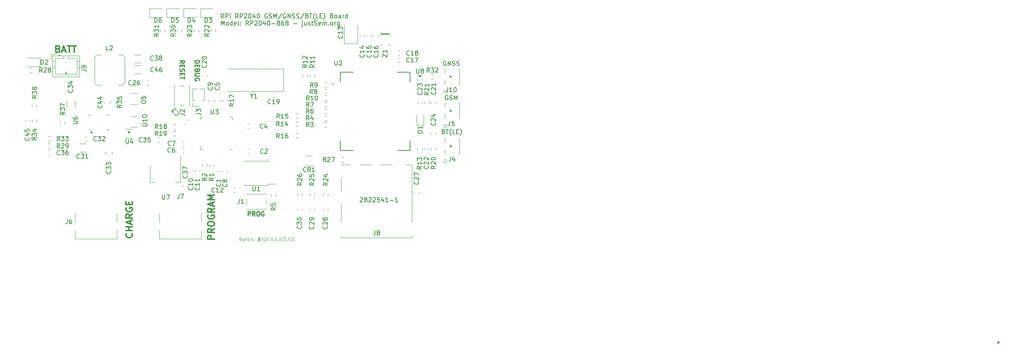
<source format=gbr>
%TF.GenerationSoftware,KiCad,Pcbnew,(6.0.2-0)*%
%TF.CreationDate,2022-03-16T22:47:49+01:00*%
%TF.ProjectId,RP2040GPSTracker,52503230-3430-4475-9053-547261636b65,rev?*%
%TF.SameCoordinates,PX4416780PY363af58*%
%TF.FileFunction,Legend,Top*%
%TF.FilePolarity,Positive*%
%FSLAX46Y46*%
G04 Gerber Fmt 4.6, Leading zero omitted, Abs format (unit mm)*
G04 Created by KiCad (PCBNEW (6.0.2-0)) date 2022-03-16 22:47:49*
%MOMM*%
%LPD*%
G01*
G04 APERTURE LIST*
%ADD10C,0.250000*%
%ADD11C,0.300000*%
%ADD12C,0.200000*%
%ADD13C,0.100000*%
%ADD14C,0.150000*%
%ADD15C,0.120000*%
%ADD16C,0.127000*%
G04 APERTURE END LIST*
D10*
X38817619Y41138096D02*
X39817619Y41138096D01*
X39817619Y40900000D01*
X39770000Y40757143D01*
X39674761Y40661905D01*
X39579523Y40614286D01*
X39389047Y40566667D01*
X39246190Y40566667D01*
X39055714Y40614286D01*
X38960476Y40661905D01*
X38865238Y40757143D01*
X38817619Y40900000D01*
X38817619Y41138096D01*
X39341428Y40138096D02*
X39341428Y39804762D01*
X38817619Y39661905D02*
X38817619Y40138096D01*
X39817619Y40138096D01*
X39817619Y39661905D01*
X39341428Y38900000D02*
X39293809Y38757143D01*
X39246190Y38709524D01*
X39150952Y38661905D01*
X39008095Y38661905D01*
X38912857Y38709524D01*
X38865238Y38757143D01*
X38817619Y38852381D01*
X38817619Y39233334D01*
X39817619Y39233334D01*
X39817619Y38900000D01*
X39770000Y38804762D01*
X39722380Y38757143D01*
X39627142Y38709524D01*
X39531904Y38709524D01*
X39436666Y38757143D01*
X39389047Y38804762D01*
X39341428Y38900000D01*
X39341428Y39233334D01*
X39817619Y38233334D02*
X39008095Y38233334D01*
X38912857Y38185715D01*
X38865238Y38138096D01*
X38817619Y38042858D01*
X38817619Y37852381D01*
X38865238Y37757143D01*
X38912857Y37709524D01*
X39008095Y37661905D01*
X39817619Y37661905D01*
X39770000Y36661905D02*
X39817619Y36757143D01*
X39817619Y36900000D01*
X39770000Y37042858D01*
X39674761Y37138096D01*
X39579523Y37185715D01*
X39389047Y37233334D01*
X39246190Y37233334D01*
X39055714Y37185715D01*
X38960476Y37138096D01*
X38865238Y37042858D01*
X38817619Y36900000D01*
X38817619Y36804762D01*
X38865238Y36661905D01*
X38912857Y36614286D01*
X39246190Y36614286D01*
X39246190Y36804762D01*
D11*
X43218571Y946429D02*
X41718571Y946429D01*
X41718571Y1517858D01*
X41790000Y1660715D01*
X41861428Y1732143D01*
X42004285Y1803572D01*
X42218571Y1803572D01*
X42361428Y1732143D01*
X42432857Y1660715D01*
X42504285Y1517858D01*
X42504285Y946429D01*
X43218571Y3303572D02*
X42504285Y2803572D01*
X43218571Y2446429D02*
X41718571Y2446429D01*
X41718571Y3017858D01*
X41790000Y3160715D01*
X41861428Y3232143D01*
X42004285Y3303572D01*
X42218571Y3303572D01*
X42361428Y3232143D01*
X42432857Y3160715D01*
X42504285Y3017858D01*
X42504285Y2446429D01*
X41718571Y4232143D02*
X41718571Y4517858D01*
X41790000Y4660715D01*
X41932857Y4803572D01*
X42218571Y4875000D01*
X42718571Y4875000D01*
X43004285Y4803572D01*
X43147142Y4660715D01*
X43218571Y4517858D01*
X43218571Y4232143D01*
X43147142Y4089286D01*
X43004285Y3946429D01*
X42718571Y3875000D01*
X42218571Y3875000D01*
X41932857Y3946429D01*
X41790000Y4089286D01*
X41718571Y4232143D01*
X41790000Y6303572D02*
X41718571Y6160715D01*
X41718571Y5946429D01*
X41790000Y5732143D01*
X41932857Y5589286D01*
X42075714Y5517858D01*
X42361428Y5446429D01*
X42575714Y5446429D01*
X42861428Y5517858D01*
X43004285Y5589286D01*
X43147142Y5732143D01*
X43218571Y5946429D01*
X43218571Y6089286D01*
X43147142Y6303572D01*
X43075714Y6375000D01*
X42575714Y6375000D01*
X42575714Y6089286D01*
X43218571Y7875000D02*
X42504285Y7375000D01*
X43218571Y7017858D02*
X41718571Y7017858D01*
X41718571Y7589286D01*
X41790000Y7732143D01*
X41861428Y7803572D01*
X42004285Y7875000D01*
X42218571Y7875000D01*
X42361428Y7803572D01*
X42432857Y7732143D01*
X42504285Y7589286D01*
X42504285Y7017858D01*
X42790000Y8446429D02*
X42790000Y9160715D01*
X43218571Y8303572D02*
X41718571Y8803572D01*
X43218571Y9303572D01*
X43218571Y9803572D02*
X41718571Y9803572D01*
X42790000Y10303572D01*
X41718571Y10803572D01*
X43218571Y10803572D01*
D12*
X45329523Y50677620D02*
X44996190Y51153810D01*
X44758095Y50677620D02*
X44758095Y51677620D01*
X45139047Y51677620D01*
X45234285Y51630000D01*
X45281904Y51582381D01*
X45329523Y51487143D01*
X45329523Y51344286D01*
X45281904Y51249048D01*
X45234285Y51201429D01*
X45139047Y51153810D01*
X44758095Y51153810D01*
X45758095Y50677620D02*
X45758095Y51677620D01*
X46139047Y51677620D01*
X46234285Y51630000D01*
X46281904Y51582381D01*
X46329523Y51487143D01*
X46329523Y51344286D01*
X46281904Y51249048D01*
X46234285Y51201429D01*
X46139047Y51153810D01*
X45758095Y51153810D01*
X46758095Y50677620D02*
X46758095Y51344286D01*
X46758095Y51677620D02*
X46710476Y51630000D01*
X46758095Y51582381D01*
X46805714Y51630000D01*
X46758095Y51677620D01*
X46758095Y51582381D01*
X48567619Y50677620D02*
X48234285Y51153810D01*
X47996190Y50677620D02*
X47996190Y51677620D01*
X48377142Y51677620D01*
X48472380Y51630000D01*
X48520000Y51582381D01*
X48567619Y51487143D01*
X48567619Y51344286D01*
X48520000Y51249048D01*
X48472380Y51201429D01*
X48377142Y51153810D01*
X47996190Y51153810D01*
X48996190Y50677620D02*
X48996190Y51677620D01*
X49377142Y51677620D01*
X49472380Y51630000D01*
X49520000Y51582381D01*
X49567619Y51487143D01*
X49567619Y51344286D01*
X49520000Y51249048D01*
X49472380Y51201429D01*
X49377142Y51153810D01*
X48996190Y51153810D01*
X49948571Y51582381D02*
X49996190Y51630000D01*
X50091428Y51677620D01*
X50329523Y51677620D01*
X50424761Y51630000D01*
X50472380Y51582381D01*
X50520000Y51487143D01*
X50520000Y51391905D01*
X50472380Y51249048D01*
X49900952Y50677620D01*
X50520000Y50677620D01*
X51139047Y51677620D02*
X51234285Y51677620D01*
X51329523Y51630000D01*
X51377142Y51582381D01*
X51424761Y51487143D01*
X51472380Y51296667D01*
X51472380Y51058572D01*
X51424761Y50868096D01*
X51377142Y50772858D01*
X51329523Y50725239D01*
X51234285Y50677620D01*
X51139047Y50677620D01*
X51043809Y50725239D01*
X50996190Y50772858D01*
X50948571Y50868096D01*
X50900952Y51058572D01*
X50900952Y51296667D01*
X50948571Y51487143D01*
X50996190Y51582381D01*
X51043809Y51630000D01*
X51139047Y51677620D01*
X52329523Y51344286D02*
X52329523Y50677620D01*
X52091428Y51725239D02*
X51853333Y51010953D01*
X52472380Y51010953D01*
X53043809Y51677620D02*
X53139047Y51677620D01*
X53234285Y51630000D01*
X53281904Y51582381D01*
X53329523Y51487143D01*
X53377142Y51296667D01*
X53377142Y51058572D01*
X53329523Y50868096D01*
X53281904Y50772858D01*
X53234285Y50725239D01*
X53139047Y50677620D01*
X53043809Y50677620D01*
X52948571Y50725239D01*
X52900952Y50772858D01*
X52853333Y50868096D01*
X52805714Y51058572D01*
X52805714Y51296667D01*
X52853333Y51487143D01*
X52900952Y51582381D01*
X52948571Y51630000D01*
X53043809Y51677620D01*
X55091428Y51630000D02*
X54996190Y51677620D01*
X54853333Y51677620D01*
X54710476Y51630000D01*
X54615238Y51534762D01*
X54567619Y51439524D01*
X54520000Y51249048D01*
X54520000Y51106191D01*
X54567619Y50915715D01*
X54615238Y50820477D01*
X54710476Y50725239D01*
X54853333Y50677620D01*
X54948571Y50677620D01*
X55091428Y50725239D01*
X55139047Y50772858D01*
X55139047Y51106191D01*
X54948571Y51106191D01*
X55520000Y50725239D02*
X55662857Y50677620D01*
X55900952Y50677620D01*
X55996190Y50725239D01*
X56043809Y50772858D01*
X56091428Y50868096D01*
X56091428Y50963334D01*
X56043809Y51058572D01*
X55996190Y51106191D01*
X55900952Y51153810D01*
X55710476Y51201429D01*
X55615238Y51249048D01*
X55567619Y51296667D01*
X55520000Y51391905D01*
X55520000Y51487143D01*
X55567619Y51582381D01*
X55615238Y51630000D01*
X55710476Y51677620D01*
X55948571Y51677620D01*
X56091428Y51630000D01*
X56520000Y50677620D02*
X56520000Y51677620D01*
X56853333Y50963334D01*
X57186666Y51677620D01*
X57186666Y50677620D01*
X58377142Y51725239D02*
X57520000Y50439524D01*
X59234285Y51630000D02*
X59139047Y51677620D01*
X58996190Y51677620D01*
X58853333Y51630000D01*
X58758095Y51534762D01*
X58710476Y51439524D01*
X58662857Y51249048D01*
X58662857Y51106191D01*
X58710476Y50915715D01*
X58758095Y50820477D01*
X58853333Y50725239D01*
X58996190Y50677620D01*
X59091428Y50677620D01*
X59234285Y50725239D01*
X59281904Y50772858D01*
X59281904Y51106191D01*
X59091428Y51106191D01*
X59710476Y50677620D02*
X59710476Y51677620D01*
X60281904Y50677620D01*
X60281904Y51677620D01*
X60710476Y50725239D02*
X60853333Y50677620D01*
X61091428Y50677620D01*
X61186666Y50725239D01*
X61234285Y50772858D01*
X61281904Y50868096D01*
X61281904Y50963334D01*
X61234285Y51058572D01*
X61186666Y51106191D01*
X61091428Y51153810D01*
X60900952Y51201429D01*
X60805714Y51249048D01*
X60758095Y51296667D01*
X60710476Y51391905D01*
X60710476Y51487143D01*
X60758095Y51582381D01*
X60805714Y51630000D01*
X60900952Y51677620D01*
X61139047Y51677620D01*
X61281904Y51630000D01*
X61662857Y50725239D02*
X61805714Y50677620D01*
X62043809Y50677620D01*
X62139047Y50725239D01*
X62186666Y50772858D01*
X62234285Y50868096D01*
X62234285Y50963334D01*
X62186666Y51058572D01*
X62139047Y51106191D01*
X62043809Y51153810D01*
X61853333Y51201429D01*
X61758095Y51249048D01*
X61710476Y51296667D01*
X61662857Y51391905D01*
X61662857Y51487143D01*
X61710476Y51582381D01*
X61758095Y51630000D01*
X61853333Y51677620D01*
X62091428Y51677620D01*
X62234285Y51630000D01*
X63377142Y51725239D02*
X62520000Y50439524D01*
X64043809Y51201429D02*
X64186666Y51153810D01*
X64234285Y51106191D01*
X64281904Y51010953D01*
X64281904Y50868096D01*
X64234285Y50772858D01*
X64186666Y50725239D01*
X64091428Y50677620D01*
X63710476Y50677620D01*
X63710476Y51677620D01*
X64043809Y51677620D01*
X64139047Y51630000D01*
X64186666Y51582381D01*
X64234285Y51487143D01*
X64234285Y51391905D01*
X64186666Y51296667D01*
X64139047Y51249048D01*
X64043809Y51201429D01*
X63710476Y51201429D01*
X64567619Y51677620D02*
X65139047Y51677620D01*
X64853333Y50677620D02*
X64853333Y51677620D01*
X65758095Y50296667D02*
X65710476Y50344286D01*
X65615238Y50487143D01*
X65567619Y50582381D01*
X65520000Y50725239D01*
X65472380Y50963334D01*
X65472380Y51153810D01*
X65520000Y51391905D01*
X65567619Y51534762D01*
X65615238Y51630000D01*
X65710476Y51772858D01*
X65758095Y51820477D01*
X66615238Y50677620D02*
X66139047Y50677620D01*
X66139047Y51677620D01*
X66948571Y51201429D02*
X67281904Y51201429D01*
X67424761Y50677620D02*
X66948571Y50677620D01*
X66948571Y51677620D01*
X67424761Y51677620D01*
X67758095Y50296667D02*
X67805714Y50344286D01*
X67900952Y50487143D01*
X67948571Y50582381D01*
X67996190Y50725239D01*
X68043809Y50963334D01*
X68043809Y51153810D01*
X67996190Y51391905D01*
X67948571Y51534762D01*
X67900952Y51630000D01*
X67805714Y51772858D01*
X67758095Y51820477D01*
X69615238Y51201429D02*
X69758095Y51153810D01*
X69805714Y51106191D01*
X69853333Y51010953D01*
X69853333Y50868096D01*
X69805714Y50772858D01*
X69758095Y50725239D01*
X69662857Y50677620D01*
X69281904Y50677620D01*
X69281904Y51677620D01*
X69615238Y51677620D01*
X69710476Y51630000D01*
X69758095Y51582381D01*
X69805714Y51487143D01*
X69805714Y51391905D01*
X69758095Y51296667D01*
X69710476Y51249048D01*
X69615238Y51201429D01*
X69281904Y51201429D01*
X70424761Y50677620D02*
X70329523Y50725239D01*
X70281904Y50772858D01*
X70234285Y50868096D01*
X70234285Y51153810D01*
X70281904Y51249048D01*
X70329523Y51296667D01*
X70424761Y51344286D01*
X70567619Y51344286D01*
X70662857Y51296667D01*
X70710476Y51249048D01*
X70758095Y51153810D01*
X70758095Y50868096D01*
X70710476Y50772858D01*
X70662857Y50725239D01*
X70567619Y50677620D01*
X70424761Y50677620D01*
X71615238Y50677620D02*
X71615238Y51201429D01*
X71567619Y51296667D01*
X71472380Y51344286D01*
X71281904Y51344286D01*
X71186666Y51296667D01*
X71615238Y50725239D02*
X71520000Y50677620D01*
X71281904Y50677620D01*
X71186666Y50725239D01*
X71139047Y50820477D01*
X71139047Y50915715D01*
X71186666Y51010953D01*
X71281904Y51058572D01*
X71520000Y51058572D01*
X71615238Y51106191D01*
X72091428Y50677620D02*
X72091428Y51344286D01*
X72091428Y51153810D02*
X72139047Y51249048D01*
X72186666Y51296667D01*
X72281904Y51344286D01*
X72377142Y51344286D01*
X73139047Y50677620D02*
X73139047Y51677620D01*
X73139047Y50725239D02*
X73043809Y50677620D01*
X72853333Y50677620D01*
X72758095Y50725239D01*
X72710476Y50772858D01*
X72662857Y50868096D01*
X72662857Y51153810D01*
X72710476Y51249048D01*
X72758095Y51296667D01*
X72853333Y51344286D01*
X73043809Y51344286D01*
X73139047Y51296667D01*
X44758095Y49067620D02*
X44758095Y50067620D01*
X45091428Y49353334D01*
X45424761Y50067620D01*
X45424761Y49067620D01*
X46043809Y49067620D02*
X45948571Y49115239D01*
X45900952Y49162858D01*
X45853333Y49258096D01*
X45853333Y49543810D01*
X45900952Y49639048D01*
X45948571Y49686667D01*
X46043809Y49734286D01*
X46186666Y49734286D01*
X46281904Y49686667D01*
X46329523Y49639048D01*
X46377142Y49543810D01*
X46377142Y49258096D01*
X46329523Y49162858D01*
X46281904Y49115239D01*
X46186666Y49067620D01*
X46043809Y49067620D01*
X47234285Y49067620D02*
X47234285Y50067620D01*
X47234285Y49115239D02*
X47139047Y49067620D01*
X46948571Y49067620D01*
X46853333Y49115239D01*
X46805714Y49162858D01*
X46758095Y49258096D01*
X46758095Y49543810D01*
X46805714Y49639048D01*
X46853333Y49686667D01*
X46948571Y49734286D01*
X47139047Y49734286D01*
X47234285Y49686667D01*
X48091428Y49115239D02*
X47996190Y49067620D01*
X47805714Y49067620D01*
X47710476Y49115239D01*
X47662857Y49210477D01*
X47662857Y49591429D01*
X47710476Y49686667D01*
X47805714Y49734286D01*
X47996190Y49734286D01*
X48091428Y49686667D01*
X48139047Y49591429D01*
X48139047Y49496191D01*
X47662857Y49400953D01*
X48710476Y49067620D02*
X48615238Y49115239D01*
X48567619Y49210477D01*
X48567619Y50067620D01*
X49091428Y49162858D02*
X49139047Y49115239D01*
X49091428Y49067620D01*
X49043809Y49115239D01*
X49091428Y49162858D01*
X49091428Y49067620D01*
X49091428Y49686667D02*
X49139047Y49639048D01*
X49091428Y49591429D01*
X49043809Y49639048D01*
X49091428Y49686667D01*
X49091428Y49591429D01*
X50900952Y49067620D02*
X50567619Y49543810D01*
X50329523Y49067620D02*
X50329523Y50067620D01*
X50710476Y50067620D01*
X50805714Y50020000D01*
X50853333Y49972381D01*
X50900952Y49877143D01*
X50900952Y49734286D01*
X50853333Y49639048D01*
X50805714Y49591429D01*
X50710476Y49543810D01*
X50329523Y49543810D01*
X51329523Y49067620D02*
X51329523Y50067620D01*
X51710476Y50067620D01*
X51805714Y50020000D01*
X51853333Y49972381D01*
X51900952Y49877143D01*
X51900952Y49734286D01*
X51853333Y49639048D01*
X51805714Y49591429D01*
X51710476Y49543810D01*
X51329523Y49543810D01*
X52281904Y49972381D02*
X52329523Y50020000D01*
X52424761Y50067620D01*
X52662857Y50067620D01*
X52758095Y50020000D01*
X52805714Y49972381D01*
X52853333Y49877143D01*
X52853333Y49781905D01*
X52805714Y49639048D01*
X52234285Y49067620D01*
X52853333Y49067620D01*
X53472380Y50067620D02*
X53567619Y50067620D01*
X53662857Y50020000D01*
X53710476Y49972381D01*
X53758095Y49877143D01*
X53805714Y49686667D01*
X53805714Y49448572D01*
X53758095Y49258096D01*
X53710476Y49162858D01*
X53662857Y49115239D01*
X53567619Y49067620D01*
X53472380Y49067620D01*
X53377142Y49115239D01*
X53329523Y49162858D01*
X53281904Y49258096D01*
X53234285Y49448572D01*
X53234285Y49686667D01*
X53281904Y49877143D01*
X53329523Y49972381D01*
X53377142Y50020000D01*
X53472380Y50067620D01*
X54662857Y49734286D02*
X54662857Y49067620D01*
X54424761Y50115239D02*
X54186666Y49400953D01*
X54805714Y49400953D01*
X55377142Y50067620D02*
X55472380Y50067620D01*
X55567619Y50020000D01*
X55615238Y49972381D01*
X55662857Y49877143D01*
X55710476Y49686667D01*
X55710476Y49448572D01*
X55662857Y49258096D01*
X55615238Y49162858D01*
X55567619Y49115239D01*
X55472380Y49067620D01*
X55377142Y49067620D01*
X55281904Y49115239D01*
X55234285Y49162858D01*
X55186666Y49258096D01*
X55139047Y49448572D01*
X55139047Y49686667D01*
X55186666Y49877143D01*
X55234285Y49972381D01*
X55281904Y50020000D01*
X55377142Y50067620D01*
X56139047Y49448572D02*
X56900952Y49448572D01*
X57520000Y49639048D02*
X57424761Y49686667D01*
X57377142Y49734286D01*
X57329523Y49829524D01*
X57329523Y49877143D01*
X57377142Y49972381D01*
X57424761Y50020000D01*
X57520000Y50067620D01*
X57710476Y50067620D01*
X57805714Y50020000D01*
X57853333Y49972381D01*
X57900952Y49877143D01*
X57900952Y49829524D01*
X57853333Y49734286D01*
X57805714Y49686667D01*
X57710476Y49639048D01*
X57520000Y49639048D01*
X57424761Y49591429D01*
X57377142Y49543810D01*
X57329523Y49448572D01*
X57329523Y49258096D01*
X57377142Y49162858D01*
X57424761Y49115239D01*
X57520000Y49067620D01*
X57710476Y49067620D01*
X57805714Y49115239D01*
X57853333Y49162858D01*
X57900952Y49258096D01*
X57900952Y49448572D01*
X57853333Y49543810D01*
X57805714Y49591429D01*
X57710476Y49639048D01*
X58758095Y50067620D02*
X58567619Y50067620D01*
X58472380Y50020000D01*
X58424761Y49972381D01*
X58329523Y49829524D01*
X58281904Y49639048D01*
X58281904Y49258096D01*
X58329523Y49162858D01*
X58377142Y49115239D01*
X58472380Y49067620D01*
X58662857Y49067620D01*
X58758095Y49115239D01*
X58805714Y49162858D01*
X58853333Y49258096D01*
X58853333Y49496191D01*
X58805714Y49591429D01*
X58758095Y49639048D01*
X58662857Y49686667D01*
X58472380Y49686667D01*
X58377142Y49639048D01*
X58329523Y49591429D01*
X58281904Y49496191D01*
X59424761Y49639048D02*
X59329523Y49686667D01*
X59281904Y49734286D01*
X59234285Y49829524D01*
X59234285Y49877143D01*
X59281904Y49972381D01*
X59329523Y50020000D01*
X59424761Y50067620D01*
X59615238Y50067620D01*
X59710476Y50020000D01*
X59758095Y49972381D01*
X59805714Y49877143D01*
X59805714Y49829524D01*
X59758095Y49734286D01*
X59710476Y49686667D01*
X59615238Y49639048D01*
X59424761Y49639048D01*
X59329523Y49591429D01*
X59281904Y49543810D01*
X59234285Y49448572D01*
X59234285Y49258096D01*
X59281904Y49162858D01*
X59329523Y49115239D01*
X59424761Y49067620D01*
X59615238Y49067620D01*
X59710476Y49115239D01*
X59758095Y49162858D01*
X59805714Y49258096D01*
X59805714Y49448572D01*
X59758095Y49543810D01*
X59710476Y49591429D01*
X59615238Y49639048D01*
X60996190Y49448572D02*
X61758095Y49448572D01*
X62996190Y49734286D02*
X62996190Y48877143D01*
X62948571Y48781905D01*
X62853333Y48734286D01*
X62805714Y48734286D01*
X62996190Y50067620D02*
X62948571Y50020000D01*
X62996190Y49972381D01*
X63043809Y50020000D01*
X62996190Y50067620D01*
X62996190Y49972381D01*
X63900952Y49734286D02*
X63900952Y49067620D01*
X63472380Y49734286D02*
X63472380Y49210477D01*
X63520000Y49115239D01*
X63615238Y49067620D01*
X63758095Y49067620D01*
X63853333Y49115239D01*
X63900952Y49162858D01*
X64329523Y49115239D02*
X64424761Y49067620D01*
X64615238Y49067620D01*
X64710476Y49115239D01*
X64758095Y49210477D01*
X64758095Y49258096D01*
X64710476Y49353334D01*
X64615238Y49400953D01*
X64472380Y49400953D01*
X64377142Y49448572D01*
X64329523Y49543810D01*
X64329523Y49591429D01*
X64377142Y49686667D01*
X64472380Y49734286D01*
X64615238Y49734286D01*
X64710476Y49686667D01*
X65043809Y49734286D02*
X65424761Y49734286D01*
X65186666Y50067620D02*
X65186666Y49210477D01*
X65234285Y49115239D01*
X65329523Y49067620D01*
X65424761Y49067620D01*
X65710476Y49115239D02*
X65853333Y49067620D01*
X66091428Y49067620D01*
X66186666Y49115239D01*
X66234285Y49162858D01*
X66281904Y49258096D01*
X66281904Y49353334D01*
X66234285Y49448572D01*
X66186666Y49496191D01*
X66091428Y49543810D01*
X65900952Y49591429D01*
X65805714Y49639048D01*
X65758095Y49686667D01*
X65710476Y49781905D01*
X65710476Y49877143D01*
X65758095Y49972381D01*
X65805714Y50020000D01*
X65900952Y50067620D01*
X66139047Y50067620D01*
X66281904Y50020000D01*
X67091428Y49115239D02*
X66996190Y49067620D01*
X66805714Y49067620D01*
X66710476Y49115239D01*
X66662857Y49210477D01*
X66662857Y49591429D01*
X66710476Y49686667D01*
X66805714Y49734286D01*
X66996190Y49734286D01*
X67091428Y49686667D01*
X67139047Y49591429D01*
X67139047Y49496191D01*
X66662857Y49400953D01*
X67567619Y49067620D02*
X67567619Y49734286D01*
X67567619Y49639048D02*
X67615238Y49686667D01*
X67710476Y49734286D01*
X67853333Y49734286D01*
X67948571Y49686667D01*
X67996190Y49591429D01*
X67996190Y49067620D01*
X67996190Y49591429D02*
X68043809Y49686667D01*
X68139047Y49734286D01*
X68281904Y49734286D01*
X68377142Y49686667D01*
X68424761Y49591429D01*
X68424761Y49067620D01*
X68900952Y49162858D02*
X68948571Y49115239D01*
X68900952Y49067620D01*
X68853333Y49115239D01*
X68900952Y49162858D01*
X68900952Y49067620D01*
X69520000Y49067620D02*
X69424761Y49115239D01*
X69377142Y49162858D01*
X69329523Y49258096D01*
X69329523Y49543810D01*
X69377142Y49639048D01*
X69424761Y49686667D01*
X69520000Y49734286D01*
X69662857Y49734286D01*
X69758095Y49686667D01*
X69805714Y49639048D01*
X69853333Y49543810D01*
X69853333Y49258096D01*
X69805714Y49162858D01*
X69758095Y49115239D01*
X69662857Y49067620D01*
X69520000Y49067620D01*
X70281904Y49067620D02*
X70281904Y49734286D01*
X70281904Y49543810D02*
X70329523Y49639048D01*
X70377142Y49686667D01*
X70472380Y49734286D01*
X70567619Y49734286D01*
X71329523Y49734286D02*
X71329523Y48924762D01*
X71281904Y48829524D01*
X71234285Y48781905D01*
X71139047Y48734286D01*
X70996190Y48734286D01*
X70900952Y48781905D01*
X71329523Y49115239D02*
X71234285Y49067620D01*
X71043809Y49067620D01*
X70948571Y49115239D01*
X70900952Y49162858D01*
X70853333Y49258096D01*
X70853333Y49543810D01*
X70900952Y49639048D01*
X70948571Y49686667D01*
X71043809Y49734286D01*
X71234285Y49734286D01*
X71329523Y49686667D01*
D13*
X49182857Y953572D02*
X49290000Y917858D01*
X49325714Y882143D01*
X49361428Y810715D01*
X49361428Y703572D01*
X49325714Y632143D01*
X49290000Y596429D01*
X49218571Y560715D01*
X48932857Y560715D01*
X48932857Y1310715D01*
X49182857Y1310715D01*
X49254285Y1275000D01*
X49290000Y1239286D01*
X49325714Y1167858D01*
X49325714Y1096429D01*
X49290000Y1025000D01*
X49254285Y989286D01*
X49182857Y953572D01*
X48932857Y953572D01*
X50004285Y560715D02*
X50004285Y953572D01*
X49968571Y1025000D01*
X49897142Y1060715D01*
X49754285Y1060715D01*
X49682857Y1025000D01*
X50004285Y596429D02*
X49932857Y560715D01*
X49754285Y560715D01*
X49682857Y596429D01*
X49647142Y667858D01*
X49647142Y739286D01*
X49682857Y810715D01*
X49754285Y846429D01*
X49932857Y846429D01*
X50004285Y882143D01*
X50254285Y1060715D02*
X50540000Y1060715D01*
X50361428Y1310715D02*
X50361428Y667858D01*
X50397142Y596429D01*
X50468571Y560715D01*
X50540000Y560715D01*
X51111428Y596429D02*
X51040000Y560715D01*
X50897142Y560715D01*
X50825714Y596429D01*
X50790000Y632143D01*
X50754285Y703572D01*
X50754285Y917858D01*
X50790000Y989286D01*
X50825714Y1025000D01*
X50897142Y1060715D01*
X51040000Y1060715D01*
X51111428Y1025000D01*
X51432857Y560715D02*
X51432857Y1310715D01*
X51754285Y560715D02*
X51754285Y953572D01*
X51718571Y1025000D01*
X51647142Y1060715D01*
X51540000Y1060715D01*
X51468571Y1025000D01*
X51432857Y989286D01*
X52111428Y632143D02*
X52147142Y596429D01*
X52111428Y560715D01*
X52075714Y596429D01*
X52111428Y632143D01*
X52111428Y560715D01*
X52111428Y1025000D02*
X52147142Y989286D01*
X52111428Y953572D01*
X52075714Y989286D01*
X52111428Y1025000D01*
X52111428Y953572D01*
X53004285Y1060715D02*
X53540000Y1060715D01*
X53218571Y1382143D02*
X53004285Y417858D01*
X53468571Y739286D02*
X52932857Y739286D01*
X53254285Y417858D02*
X53468571Y1382143D01*
X54004285Y1310715D02*
X54004285Y775000D01*
X53968571Y667858D01*
X53897142Y596429D01*
X53790000Y560715D01*
X53718571Y560715D01*
X54718571Y560715D02*
X54361428Y560715D01*
X54361428Y1310715D01*
X55397142Y632143D02*
X55361428Y596429D01*
X55254285Y560715D01*
X55182857Y560715D01*
X55075714Y596429D01*
X55004285Y667858D01*
X54968571Y739286D01*
X54932857Y882143D01*
X54932857Y989286D01*
X54968571Y1132143D01*
X55004285Y1203572D01*
X55075714Y1275000D01*
X55182857Y1310715D01*
X55254285Y1310715D01*
X55361428Y1275000D01*
X55397142Y1239286D01*
X55932857Y1310715D02*
X55932857Y775000D01*
X55897142Y667858D01*
X55825714Y596429D01*
X55718571Y560715D01*
X55647142Y560715D01*
X56647142Y560715D02*
X56290000Y560715D01*
X56290000Y1310715D01*
X57325714Y632143D02*
X57290000Y596429D01*
X57182857Y560715D01*
X57111428Y560715D01*
X57004285Y596429D01*
X56932857Y667858D01*
X56897142Y739286D01*
X56861428Y882143D01*
X56861428Y989286D01*
X56897142Y1132143D01*
X56932857Y1203572D01*
X57004285Y1275000D01*
X57111428Y1310715D01*
X57182857Y1310715D01*
X57290000Y1275000D01*
X57325714Y1239286D01*
X57861428Y1310715D02*
X57861428Y775000D01*
X57825714Y667858D01*
X57754285Y596429D01*
X57647142Y560715D01*
X57575714Y560715D01*
X58575714Y560715D02*
X58218571Y560715D01*
X58218571Y1310715D01*
X59254285Y632143D02*
X59218571Y596429D01*
X59111428Y560715D01*
X59040000Y560715D01*
X58932857Y596429D01*
X58861428Y667858D01*
X58825714Y739286D01*
X58790000Y882143D01*
X58790000Y989286D01*
X58825714Y1132143D01*
X58861428Y1203572D01*
X58932857Y1275000D01*
X59040000Y1310715D01*
X59111428Y1310715D01*
X59218571Y1275000D01*
X59254285Y1239286D01*
X59790000Y1310715D02*
X59790000Y775000D01*
X59754285Y667858D01*
X59682857Y596429D01*
X59575714Y560715D01*
X59504285Y560715D01*
X60504285Y560715D02*
X60147142Y560715D01*
X60147142Y1310715D01*
X61182857Y632143D02*
X61147142Y596429D01*
X61040000Y560715D01*
X60968571Y560715D01*
X60861428Y596429D01*
X60790000Y667858D01*
X60754285Y739286D01*
X60718571Y882143D01*
X60718571Y989286D01*
X60754285Y1132143D01*
X60790000Y1203572D01*
X60861428Y1275000D01*
X60968571Y1310715D01*
X61040000Y1310715D01*
X61147142Y1275000D01*
X61182857Y1239286D01*
D11*
X24675714Y2197143D02*
X24747142Y2125715D01*
X24818571Y1911429D01*
X24818571Y1768572D01*
X24747142Y1554286D01*
X24604285Y1411429D01*
X24461428Y1340000D01*
X24175714Y1268572D01*
X23961428Y1268572D01*
X23675714Y1340000D01*
X23532857Y1411429D01*
X23390000Y1554286D01*
X23318571Y1768572D01*
X23318571Y1911429D01*
X23390000Y2125715D01*
X23461428Y2197143D01*
X24818571Y2840000D02*
X23318571Y2840000D01*
X24032857Y2840000D02*
X24032857Y3697143D01*
X24818571Y3697143D02*
X23318571Y3697143D01*
X24390000Y4340000D02*
X24390000Y5054286D01*
X24818571Y4197143D02*
X23318571Y4697143D01*
X24818571Y5197143D01*
X24818571Y6554286D02*
X24104285Y6054286D01*
X24818571Y5697143D02*
X23318571Y5697143D01*
X23318571Y6268572D01*
X23390000Y6411429D01*
X23461428Y6482858D01*
X23604285Y6554286D01*
X23818571Y6554286D01*
X23961428Y6482858D01*
X24032857Y6411429D01*
X24104285Y6268572D01*
X24104285Y5697143D01*
X23390000Y7982858D02*
X23318571Y7840000D01*
X23318571Y7625715D01*
X23390000Y7411429D01*
X23532857Y7268572D01*
X23675714Y7197143D01*
X23961428Y7125715D01*
X24175714Y7125715D01*
X24461428Y7197143D01*
X24604285Y7268572D01*
X24747142Y7411429D01*
X24818571Y7625715D01*
X24818571Y7768572D01*
X24747142Y7982858D01*
X24675714Y8054286D01*
X24175714Y8054286D01*
X24175714Y7768572D01*
X24032857Y8697143D02*
X24032857Y9197143D01*
X24818571Y9411429D02*
X24818571Y8697143D01*
X23318571Y8697143D01*
X23318571Y9411429D01*
X8111428Y43757143D02*
X8325714Y43685715D01*
X8397142Y43614286D01*
X8468571Y43471429D01*
X8468571Y43257143D01*
X8397142Y43114286D01*
X8325714Y43042858D01*
X8182857Y42971429D01*
X7611428Y42971429D01*
X7611428Y44471429D01*
X8111428Y44471429D01*
X8254285Y44400000D01*
X8325714Y44328572D01*
X8397142Y44185715D01*
X8397142Y44042858D01*
X8325714Y43900000D01*
X8254285Y43828572D01*
X8111428Y43757143D01*
X7611428Y43757143D01*
X9040000Y43400000D02*
X9754285Y43400000D01*
X8897142Y42971429D02*
X9397142Y44471429D01*
X9897142Y42971429D01*
X10182857Y44471429D02*
X11040000Y44471429D01*
X10611428Y42971429D02*
X10611428Y44471429D01*
X11325714Y44471429D02*
X12182857Y44471429D01*
X11754285Y42971429D02*
X11754285Y44471429D01*
D10*
X35467619Y40572381D02*
X35943809Y40905715D01*
X35467619Y41143810D02*
X36467619Y41143810D01*
X36467619Y40762858D01*
X36420000Y40667620D01*
X36372380Y40620000D01*
X36277142Y40572381D01*
X36134285Y40572381D01*
X36039047Y40620000D01*
X35991428Y40667620D01*
X35943809Y40762858D01*
X35943809Y41143810D01*
X35991428Y40143810D02*
X35991428Y39810477D01*
X35467619Y39667620D02*
X35467619Y40143810D01*
X36467619Y40143810D01*
X36467619Y39667620D01*
X35515238Y39286667D02*
X35467619Y39143810D01*
X35467619Y38905715D01*
X35515238Y38810477D01*
X35562857Y38762858D01*
X35658095Y38715239D01*
X35753333Y38715239D01*
X35848571Y38762858D01*
X35896190Y38810477D01*
X35943809Y38905715D01*
X35991428Y39096191D01*
X36039047Y39191429D01*
X36086666Y39239048D01*
X36181904Y39286667D01*
X36277142Y39286667D01*
X36372380Y39239048D01*
X36420000Y39191429D01*
X36467619Y39096191D01*
X36467619Y38858096D01*
X36420000Y38715239D01*
X35991428Y38286667D02*
X35991428Y37953334D01*
X35467619Y37810477D02*
X35467619Y38286667D01*
X36467619Y38286667D01*
X36467619Y37810477D01*
X36467619Y37524762D02*
X36467619Y36953334D01*
X35467619Y37239048D02*
X36467619Y37239048D01*
X50744285Y6177620D02*
X50744285Y7177620D01*
X51125238Y7177620D01*
X51220476Y7130000D01*
X51268095Y7082381D01*
X51315714Y6987143D01*
X51315714Y6844286D01*
X51268095Y6749048D01*
X51220476Y6701429D01*
X51125238Y6653810D01*
X50744285Y6653810D01*
X52315714Y6177620D02*
X51982380Y6653810D01*
X51744285Y6177620D02*
X51744285Y7177620D01*
X52125238Y7177620D01*
X52220476Y7130000D01*
X52268095Y7082381D01*
X52315714Y6987143D01*
X52315714Y6844286D01*
X52268095Y6749048D01*
X52220476Y6701429D01*
X52125238Y6653810D01*
X51744285Y6653810D01*
X52934761Y7177620D02*
X53125238Y7177620D01*
X53220476Y7130000D01*
X53315714Y7034762D01*
X53363333Y6844286D01*
X53363333Y6510953D01*
X53315714Y6320477D01*
X53220476Y6225239D01*
X53125238Y6177620D01*
X52934761Y6177620D01*
X52839523Y6225239D01*
X52744285Y6320477D01*
X52696666Y6510953D01*
X52696666Y6844286D01*
X52744285Y7034762D01*
X52839523Y7130000D01*
X52934761Y7177620D01*
X54315714Y7130000D02*
X54220476Y7177620D01*
X54077619Y7177620D01*
X53934761Y7130000D01*
X53839523Y7034762D01*
X53791904Y6939524D01*
X53744285Y6749048D01*
X53744285Y6606191D01*
X53791904Y6415715D01*
X53839523Y6320477D01*
X53934761Y6225239D01*
X54077619Y6177620D01*
X54172857Y6177620D01*
X54315714Y6225239D01*
X54363333Y6272858D01*
X54363333Y6606191D01*
X54172857Y6606191D01*
D14*
%TO.C,J7*%
X35271466Y11057220D02*
X35271466Y10342934D01*
X35223847Y10200077D01*
X35128609Y10104839D01*
X34985752Y10057220D01*
X34890514Y10057220D01*
X35652419Y11057220D02*
X36319085Y11057220D01*
X35890514Y10057220D01*
%TO.C,C46*%
X29548842Y38702058D02*
X29501223Y38654439D01*
X29358366Y38606820D01*
X29263128Y38606820D01*
X29120271Y38654439D01*
X29025033Y38749677D01*
X28977414Y38844915D01*
X28929795Y39035391D01*
X28929795Y39178248D01*
X28977414Y39368724D01*
X29025033Y39463962D01*
X29120271Y39559200D01*
X29263128Y39606820D01*
X29358366Y39606820D01*
X29501223Y39559200D01*
X29548842Y39511581D01*
X30405985Y39273486D02*
X30405985Y38606820D01*
X30167890Y39654439D02*
X29929795Y38940153D01*
X30548842Y38940153D01*
X31358366Y39606820D02*
X31167890Y39606820D01*
X31072652Y39559200D01*
X31025033Y39511581D01*
X30929795Y39368724D01*
X30882176Y39178248D01*
X30882176Y38797296D01*
X30929795Y38702058D01*
X30977414Y38654439D01*
X31072652Y38606820D01*
X31263128Y38606820D01*
X31358366Y38654439D01*
X31405985Y38702058D01*
X31453604Y38797296D01*
X31453604Y39035391D01*
X31405985Y39130629D01*
X31358366Y39178248D01*
X31263128Y39225867D01*
X31072652Y39225867D01*
X30977414Y39178248D01*
X30929795Y39130629D01*
X30882176Y39035391D01*
%TO.C,R38*%
X3306658Y33278816D02*
X2830468Y32945483D01*
X3306658Y32707388D02*
X2306658Y32707388D01*
X2306658Y33088340D01*
X2354278Y33183578D01*
X2401897Y33231197D01*
X2497135Y33278816D01*
X2639992Y33278816D01*
X2735230Y33231197D01*
X2782849Y33183578D01*
X2830468Y33088340D01*
X2830468Y32707388D01*
X2306658Y33612150D02*
X2306658Y34231197D01*
X2687611Y33897864D01*
X2687611Y34040721D01*
X2735230Y34135959D01*
X2782849Y34183578D01*
X2878087Y34231197D01*
X3116182Y34231197D01*
X3211420Y34183578D01*
X3259039Y34135959D01*
X3306658Y34040721D01*
X3306658Y33755007D01*
X3259039Y33659769D01*
X3211420Y33612150D01*
X2735230Y34802626D02*
X2687611Y34707388D01*
X2639992Y34659769D01*
X2544754Y34612150D01*
X2497135Y34612150D01*
X2401897Y34659769D01*
X2354278Y34707388D01*
X2306658Y34802626D01*
X2306658Y34993102D01*
X2354278Y35088340D01*
X2401897Y35135959D01*
X2497135Y35183578D01*
X2544754Y35183578D01*
X2639992Y35135959D01*
X2687611Y35088340D01*
X2735230Y34993102D01*
X2735230Y34802626D01*
X2782849Y34707388D01*
X2830468Y34659769D01*
X2925706Y34612150D01*
X3116182Y34612150D01*
X3211420Y34659769D01*
X3259039Y34707388D01*
X3306658Y34802626D01*
X3306658Y34993102D01*
X3259039Y35088340D01*
X3211420Y35135959D01*
X3116182Y35183578D01*
X2925706Y35183578D01*
X2830468Y35135959D01*
X2782849Y35088340D01*
X2735230Y34993102D01*
%TO.C,C24*%
X92807142Y27147143D02*
X92854761Y27099524D01*
X92902380Y26956667D01*
X92902380Y26861429D01*
X92854761Y26718572D01*
X92759523Y26623334D01*
X92664285Y26575715D01*
X92473809Y26528096D01*
X92330952Y26528096D01*
X92140476Y26575715D01*
X92045238Y26623334D01*
X91950000Y26718572D01*
X91902380Y26861429D01*
X91902380Y26956667D01*
X91950000Y27099524D01*
X91997619Y27147143D01*
X91997619Y27528096D02*
X91950000Y27575715D01*
X91902380Y27670953D01*
X91902380Y27909048D01*
X91950000Y28004286D01*
X91997619Y28051905D01*
X92092857Y28099524D01*
X92188095Y28099524D01*
X92330952Y28051905D01*
X92902380Y27480477D01*
X92902380Y28099524D01*
X92235714Y28956667D02*
X92902380Y28956667D01*
X91854761Y28718572D02*
X92569047Y28480477D01*
X92569047Y29099524D01*
%TO.C,R32*%
X91547142Y38507620D02*
X91213809Y38983810D01*
X90975714Y38507620D02*
X90975714Y39507620D01*
X91356666Y39507620D01*
X91451904Y39460000D01*
X91499523Y39412381D01*
X91547142Y39317143D01*
X91547142Y39174286D01*
X91499523Y39079048D01*
X91451904Y39031429D01*
X91356666Y38983810D01*
X90975714Y38983810D01*
X91880476Y39507620D02*
X92499523Y39507620D01*
X92166190Y39126667D01*
X92309047Y39126667D01*
X92404285Y39079048D01*
X92451904Y39031429D01*
X92499523Y38936191D01*
X92499523Y38698096D01*
X92451904Y38602858D01*
X92404285Y38555239D01*
X92309047Y38507620D01*
X92023333Y38507620D01*
X91928095Y38555239D01*
X91880476Y38602858D01*
X92880476Y39412381D02*
X92928095Y39460000D01*
X93023333Y39507620D01*
X93261428Y39507620D01*
X93356666Y39460000D01*
X93404285Y39412381D01*
X93451904Y39317143D01*
X93451904Y39221905D01*
X93404285Y39079048D01*
X92832857Y38507620D01*
X93451904Y38507620D01*
%TO.C,C28*%
X68507142Y3847143D02*
X68554761Y3799524D01*
X68602380Y3656667D01*
X68602380Y3561429D01*
X68554761Y3418572D01*
X68459523Y3323334D01*
X68364285Y3275715D01*
X68173809Y3228096D01*
X68030952Y3228096D01*
X67840476Y3275715D01*
X67745238Y3323334D01*
X67650000Y3418572D01*
X67602380Y3561429D01*
X67602380Y3656667D01*
X67650000Y3799524D01*
X67697619Y3847143D01*
X67697619Y4228096D02*
X67650000Y4275715D01*
X67602380Y4370953D01*
X67602380Y4609048D01*
X67650000Y4704286D01*
X67697619Y4751905D01*
X67792857Y4799524D01*
X67888095Y4799524D01*
X68030952Y4751905D01*
X68602380Y4180477D01*
X68602380Y4799524D01*
X68030952Y5370953D02*
X67983333Y5275715D01*
X67935714Y5228096D01*
X67840476Y5180477D01*
X67792857Y5180477D01*
X67697619Y5228096D01*
X67650000Y5275715D01*
X67602380Y5370953D01*
X67602380Y5561429D01*
X67650000Y5656667D01*
X67697619Y5704286D01*
X67792857Y5751905D01*
X67840476Y5751905D01*
X67935714Y5704286D01*
X67983333Y5656667D01*
X68030952Y5561429D01*
X68030952Y5370953D01*
X68078571Y5275715D01*
X68126190Y5228096D01*
X68221428Y5180477D01*
X68411904Y5180477D01*
X68507142Y5228096D01*
X68554761Y5275715D01*
X68602380Y5370953D01*
X68602380Y5561429D01*
X68554761Y5656667D01*
X68507142Y5704286D01*
X68411904Y5751905D01*
X68221428Y5751905D01*
X68126190Y5704286D01*
X68078571Y5656667D01*
X68030952Y5561429D01*
%TO.C,C35*%
X26922142Y22892858D02*
X26874523Y22845239D01*
X26731666Y22797620D01*
X26636428Y22797620D01*
X26493571Y22845239D01*
X26398333Y22940477D01*
X26350714Y23035715D01*
X26303095Y23226191D01*
X26303095Y23369048D01*
X26350714Y23559524D01*
X26398333Y23654762D01*
X26493571Y23750000D01*
X26636428Y23797620D01*
X26731666Y23797620D01*
X26874523Y23750000D01*
X26922142Y23702381D01*
X27255476Y23797620D02*
X27874523Y23797620D01*
X27541190Y23416667D01*
X27684047Y23416667D01*
X27779285Y23369048D01*
X27826904Y23321429D01*
X27874523Y23226191D01*
X27874523Y22988096D01*
X27826904Y22892858D01*
X27779285Y22845239D01*
X27684047Y22797620D01*
X27398333Y22797620D01*
X27303095Y22845239D01*
X27255476Y22892858D01*
X28779285Y23797620D02*
X28303095Y23797620D01*
X28255476Y23321429D01*
X28303095Y23369048D01*
X28398333Y23416667D01*
X28636428Y23416667D01*
X28731666Y23369048D01*
X28779285Y23321429D01*
X28826904Y23226191D01*
X28826904Y22988096D01*
X28779285Y22892858D01*
X28731666Y22845239D01*
X28636428Y22797620D01*
X28398333Y22797620D01*
X28303095Y22845239D01*
X28255476Y22892858D01*
%TO.C,U6*%
X11462380Y26888096D02*
X12271904Y26888096D01*
X12367142Y26935715D01*
X12414761Y26983334D01*
X12462380Y27078572D01*
X12462380Y27269048D01*
X12414761Y27364286D01*
X12367142Y27411905D01*
X12271904Y27459524D01*
X11462380Y27459524D01*
X11462380Y28364286D02*
X11462380Y28173810D01*
X11510000Y28078572D01*
X11557619Y28030953D01*
X11700476Y27935715D01*
X11890952Y27888096D01*
X12271904Y27888096D01*
X12367142Y27935715D01*
X12414761Y27983334D01*
X12462380Y28078572D01*
X12462380Y28269048D01*
X12414761Y28364286D01*
X12367142Y28411905D01*
X12271904Y28459524D01*
X12033809Y28459524D01*
X11938571Y28411905D01*
X11890952Y28364286D01*
X11843333Y28269048D01*
X11843333Y28078572D01*
X11890952Y27983334D01*
X11938571Y27935715D01*
X12033809Y27888096D01*
X15399635Y24994896D02*
X15637731Y24994896D01*
X15542493Y24756801D02*
X15637731Y24994896D01*
X15542493Y25232992D01*
X15828207Y24852039D02*
X15637731Y24994896D01*
X15828207Y25137754D01*
X15399635Y24994896D02*
X15637731Y24994896D01*
X15542493Y24756801D02*
X15637731Y24994896D01*
X15542493Y25232992D01*
X15828207Y24852039D02*
X15637731Y24994896D01*
X15828207Y25137754D01*
%TO.C,U2*%
X70286132Y41074736D02*
X70286132Y40265040D01*
X70333762Y40169782D01*
X70381391Y40122152D01*
X70476649Y40074523D01*
X70667166Y40074523D01*
X70762424Y40122152D01*
X70810054Y40169782D01*
X70857683Y40265040D01*
X70857683Y41074736D01*
X71286345Y40979478D02*
X71333975Y41027107D01*
X71429233Y41074736D01*
X71667379Y41074736D01*
X71762637Y41027107D01*
X71810267Y40979478D01*
X71857896Y40884219D01*
X71857896Y40788961D01*
X71810267Y40646073D01*
X71238716Y40074523D01*
X71857896Y40074523D01*
%TO.C,C34*%
X11268942Y34582143D02*
X11316561Y34534524D01*
X11364180Y34391667D01*
X11364180Y34296429D01*
X11316561Y34153572D01*
X11221323Y34058334D01*
X11126085Y34010715D01*
X10935609Y33963096D01*
X10792752Y33963096D01*
X10602276Y34010715D01*
X10507038Y34058334D01*
X10411800Y34153572D01*
X10364180Y34296429D01*
X10364180Y34391667D01*
X10411800Y34534524D01*
X10459419Y34582143D01*
X10364180Y34915477D02*
X10364180Y35534524D01*
X10745133Y35201191D01*
X10745133Y35344048D01*
X10792752Y35439286D01*
X10840371Y35486905D01*
X10935609Y35534524D01*
X11173704Y35534524D01*
X11268942Y35486905D01*
X11316561Y35439286D01*
X11364180Y35344048D01*
X11364180Y35058334D01*
X11316561Y34963096D01*
X11268942Y34915477D01*
X10697514Y36391667D02*
X11364180Y36391667D01*
X10316561Y36153572D02*
X11030847Y35915477D01*
X11030847Y36534524D01*
%TO.C,R30*%
X34452380Y47207143D02*
X33976190Y46873810D01*
X34452380Y46635715D02*
X33452380Y46635715D01*
X33452380Y47016667D01*
X33500000Y47111905D01*
X33547619Y47159524D01*
X33642857Y47207143D01*
X33785714Y47207143D01*
X33880952Y47159524D01*
X33928571Y47111905D01*
X33976190Y47016667D01*
X33976190Y46635715D01*
X33452380Y47540477D02*
X33452380Y48159524D01*
X33833333Y47826191D01*
X33833333Y47969048D01*
X33880952Y48064286D01*
X33928571Y48111905D01*
X34023809Y48159524D01*
X34261904Y48159524D01*
X34357142Y48111905D01*
X34404761Y48064286D01*
X34452380Y47969048D01*
X34452380Y47683334D01*
X34404761Y47588096D01*
X34357142Y47540477D01*
X33452380Y48778572D02*
X33452380Y48873810D01*
X33500000Y48969048D01*
X33547619Y49016667D01*
X33642857Y49064286D01*
X33833333Y49111905D01*
X34071428Y49111905D01*
X34261904Y49064286D01*
X34357142Y49016667D01*
X34404761Y48969048D01*
X34452380Y48873810D01*
X34452380Y48778572D01*
X34404761Y48683334D01*
X34357142Y48635715D01*
X34261904Y48588096D01*
X34071428Y48540477D01*
X33833333Y48540477D01*
X33642857Y48588096D01*
X33547619Y48635715D01*
X33500000Y48683334D01*
X33452380Y48778572D01*
%TO.C,R16*%
X57820142Y23695220D02*
X57486809Y24171410D01*
X57248714Y23695220D02*
X57248714Y24695220D01*
X57629666Y24695220D01*
X57724904Y24647600D01*
X57772523Y24599981D01*
X57820142Y24504743D01*
X57820142Y24361886D01*
X57772523Y24266648D01*
X57724904Y24219029D01*
X57629666Y24171410D01*
X57248714Y24171410D01*
X58772523Y23695220D02*
X58201095Y23695220D01*
X58486809Y23695220D02*
X58486809Y24695220D01*
X58391571Y24552362D01*
X58296333Y24457124D01*
X58201095Y24409505D01*
X59629666Y24695220D02*
X59439190Y24695220D01*
X59343952Y24647600D01*
X59296333Y24599981D01*
X59201095Y24457124D01*
X59153476Y24266648D01*
X59153476Y23885696D01*
X59201095Y23790458D01*
X59248714Y23742839D01*
X59343952Y23695220D01*
X59534428Y23695220D01*
X59629666Y23742839D01*
X59677285Y23790458D01*
X59724904Y23885696D01*
X59724904Y24123791D01*
X59677285Y24219029D01*
X59629666Y24266648D01*
X59534428Y24314267D01*
X59343952Y24314267D01*
X59248714Y24266648D01*
X59201095Y24219029D01*
X59153476Y24123791D01*
%TO.C,R28*%
X4554642Y38502620D02*
X4221309Y38978810D01*
X3983214Y38502620D02*
X3983214Y39502620D01*
X4364166Y39502620D01*
X4459404Y39455000D01*
X4507023Y39407381D01*
X4554642Y39312143D01*
X4554642Y39169286D01*
X4507023Y39074048D01*
X4459404Y39026429D01*
X4364166Y38978810D01*
X3983214Y38978810D01*
X4935595Y39407381D02*
X4983214Y39455000D01*
X5078452Y39502620D01*
X5316547Y39502620D01*
X5411785Y39455000D01*
X5459404Y39407381D01*
X5507023Y39312143D01*
X5507023Y39216905D01*
X5459404Y39074048D01*
X4887976Y38502620D01*
X5507023Y38502620D01*
X6078452Y39074048D02*
X5983214Y39121667D01*
X5935595Y39169286D01*
X5887976Y39264524D01*
X5887976Y39312143D01*
X5935595Y39407381D01*
X5983214Y39455000D01*
X6078452Y39502620D01*
X6268928Y39502620D01*
X6364166Y39455000D01*
X6411785Y39407381D01*
X6459404Y39312143D01*
X6459404Y39264524D01*
X6411785Y39169286D01*
X6364166Y39121667D01*
X6268928Y39074048D01*
X6078452Y39074048D01*
X5983214Y39026429D01*
X5935595Y38978810D01*
X5887976Y38883572D01*
X5887976Y38693096D01*
X5935595Y38597858D01*
X5983214Y38550239D01*
X6078452Y38502620D01*
X6268928Y38502620D01*
X6364166Y38550239D01*
X6411785Y38597858D01*
X6459404Y38693096D01*
X6459404Y38883572D01*
X6411785Y38978810D01*
X6364166Y39026429D01*
X6268928Y39074048D01*
%TO.C,J4*%
X96256666Y19472620D02*
X96256666Y18758334D01*
X96209047Y18615477D01*
X96113809Y18520239D01*
X95970952Y18472620D01*
X95875714Y18472620D01*
X97161428Y19139286D02*
X97161428Y18472620D01*
X96923333Y19520239D02*
X96685238Y18805953D01*
X97304285Y18805953D01*
X94706666Y25171429D02*
X94849523Y25123810D01*
X94897142Y25076191D01*
X94944761Y24980953D01*
X94944761Y24838096D01*
X94897142Y24742858D01*
X94849523Y24695239D01*
X94754285Y24647620D01*
X94373333Y24647620D01*
X94373333Y25647620D01*
X94706666Y25647620D01*
X94801904Y25600000D01*
X94849523Y25552381D01*
X94897142Y25457143D01*
X94897142Y25361905D01*
X94849523Y25266667D01*
X94801904Y25219048D01*
X94706666Y25171429D01*
X94373333Y25171429D01*
X95230476Y25647620D02*
X95801904Y25647620D01*
X95516190Y24647620D02*
X95516190Y25647620D01*
X96420952Y24266667D02*
X96373333Y24314286D01*
X96278095Y24457143D01*
X96230476Y24552381D01*
X96182857Y24695239D01*
X96135238Y24933334D01*
X96135238Y25123810D01*
X96182857Y25361905D01*
X96230476Y25504762D01*
X96278095Y25600000D01*
X96373333Y25742858D01*
X96420952Y25790477D01*
X97278095Y24647620D02*
X96801904Y24647620D01*
X96801904Y25647620D01*
X97611428Y25171429D02*
X97944761Y25171429D01*
X98087619Y24647620D02*
X97611428Y24647620D01*
X97611428Y25647620D01*
X98087619Y25647620D01*
X98420952Y24266667D02*
X98468571Y24314286D01*
X98563809Y24457143D01*
X98611428Y24552381D01*
X98659047Y24695239D01*
X98706666Y24933334D01*
X98706666Y25123810D01*
X98659047Y25361905D01*
X98611428Y25504762D01*
X98563809Y25600000D01*
X98468571Y25742858D01*
X98420952Y25790477D01*
X96062380Y21883200D02*
X96300476Y21883200D01*
X96205238Y21645105D02*
X96300476Y21883200D01*
X96205238Y22121296D01*
X96490952Y21740343D02*
X96300476Y21883200D01*
X96490952Y22026058D01*
%TO.C,C23*%
X89807142Y34077143D02*
X89854761Y34029524D01*
X89902380Y33886667D01*
X89902380Y33791429D01*
X89854761Y33648572D01*
X89759523Y33553334D01*
X89664285Y33505715D01*
X89473809Y33458096D01*
X89330952Y33458096D01*
X89140476Y33505715D01*
X89045238Y33553334D01*
X88950000Y33648572D01*
X88902380Y33791429D01*
X88902380Y33886667D01*
X88950000Y34029524D01*
X88997619Y34077143D01*
X88997619Y34458096D02*
X88950000Y34505715D01*
X88902380Y34600953D01*
X88902380Y34839048D01*
X88950000Y34934286D01*
X88997619Y34981905D01*
X89092857Y35029524D01*
X89188095Y35029524D01*
X89330952Y34981905D01*
X89902380Y34410477D01*
X89902380Y35029524D01*
X88902380Y35362858D02*
X88902380Y35981905D01*
X89283333Y35648572D01*
X89283333Y35791429D01*
X89330952Y35886667D01*
X89378571Y35934286D01*
X89473809Y35981905D01*
X89711904Y35981905D01*
X89807142Y35934286D01*
X89854761Y35886667D01*
X89902380Y35791429D01*
X89902380Y35505715D01*
X89854761Y35410477D01*
X89807142Y35362858D01*
%TO.C,R7*%
X64474333Y30731620D02*
X64141000Y31207810D01*
X63902904Y30731620D02*
X63902904Y31731620D01*
X64283857Y31731620D01*
X64379095Y31684000D01*
X64426714Y31636381D01*
X64474333Y31541143D01*
X64474333Y31398286D01*
X64426714Y31303048D01*
X64379095Y31255429D01*
X64283857Y31207810D01*
X63902904Y31207810D01*
X64807666Y31731620D02*
X65474333Y31731620D01*
X65045761Y30731620D01*
%TO.C,R19*%
X30529642Y24247620D02*
X30196309Y24723810D01*
X29958214Y24247620D02*
X29958214Y25247620D01*
X30339166Y25247620D01*
X30434404Y25200000D01*
X30482023Y25152381D01*
X30529642Y25057143D01*
X30529642Y24914286D01*
X30482023Y24819048D01*
X30434404Y24771429D01*
X30339166Y24723810D01*
X29958214Y24723810D01*
X31482023Y24247620D02*
X30910595Y24247620D01*
X31196309Y24247620D02*
X31196309Y25247620D01*
X31101071Y25104762D01*
X31005833Y25009524D01*
X30910595Y24961905D01*
X31958214Y24247620D02*
X32148690Y24247620D01*
X32243928Y24295239D01*
X32291547Y24342858D01*
X32386785Y24485715D01*
X32434404Y24676191D01*
X32434404Y25057143D01*
X32386785Y25152381D01*
X32339166Y25200000D01*
X32243928Y25247620D01*
X32053452Y25247620D01*
X31958214Y25200000D01*
X31910595Y25152381D01*
X31862976Y25057143D01*
X31862976Y24819048D01*
X31910595Y24723810D01*
X31958214Y24676191D01*
X32053452Y24628572D01*
X32243928Y24628572D01*
X32339166Y24676191D01*
X32386785Y24723810D01*
X32434404Y24819048D01*
%TO.C,D4*%
X37346904Y49707620D02*
X37346904Y50707620D01*
X37585000Y50707620D01*
X37727857Y50660000D01*
X37823095Y50564762D01*
X37870714Y50469524D01*
X37918333Y50279048D01*
X37918333Y50136191D01*
X37870714Y49945715D01*
X37823095Y49850477D01*
X37727857Y49755239D01*
X37585000Y49707620D01*
X37346904Y49707620D01*
X38775476Y50374286D02*
X38775476Y49707620D01*
X38537380Y50755239D02*
X38299285Y50040953D01*
X38918333Y50040953D01*
%TO.C,C19*%
X55876342Y31506258D02*
X55828723Y31458639D01*
X55685866Y31411020D01*
X55590628Y31411020D01*
X55447771Y31458639D01*
X55352533Y31553877D01*
X55304914Y31649115D01*
X55257295Y31839591D01*
X55257295Y31982448D01*
X55304914Y32172924D01*
X55352533Y32268162D01*
X55447771Y32363400D01*
X55590628Y32411020D01*
X55685866Y32411020D01*
X55828723Y32363400D01*
X55876342Y32315781D01*
X56828723Y31411020D02*
X56257295Y31411020D01*
X56543009Y31411020D02*
X56543009Y32411020D01*
X56447771Y32268162D01*
X56352533Y32172924D01*
X56257295Y32125305D01*
X57304914Y31411020D02*
X57495390Y31411020D01*
X57590628Y31458639D01*
X57638247Y31506258D01*
X57733485Y31649115D01*
X57781104Y31839591D01*
X57781104Y32220543D01*
X57733485Y32315781D01*
X57685866Y32363400D01*
X57590628Y32411020D01*
X57400152Y32411020D01*
X57304914Y32363400D01*
X57257295Y32315781D01*
X57209676Y32220543D01*
X57209676Y31982448D01*
X57257295Y31887210D01*
X57304914Y31839591D01*
X57400152Y31791972D01*
X57590628Y31791972D01*
X57685866Y31839591D01*
X57733485Y31887210D01*
X57781104Y31982448D01*
%TO.C,J9*%
X13442380Y39016667D02*
X14156666Y39016667D01*
X14299523Y38969048D01*
X14394761Y38873810D01*
X14442380Y38730953D01*
X14442380Y38635715D01*
X14442380Y39540477D02*
X14442380Y39730953D01*
X14394761Y39826191D01*
X14347142Y39873810D01*
X14204285Y39969048D01*
X14013809Y40016667D01*
X13632857Y40016667D01*
X13537619Y39969048D01*
X13490000Y39921429D01*
X13442380Y39826191D01*
X13442380Y39635715D01*
X13490000Y39540477D01*
X13537619Y39492858D01*
X13632857Y39445239D01*
X13870952Y39445239D01*
X13966190Y39492858D01*
X14013809Y39540477D01*
X14061428Y39635715D01*
X14061428Y39826191D01*
X14013809Y39921429D01*
X13966190Y39969048D01*
X13870952Y40016667D01*
%TO.C,C8*%
X45971942Y13368734D02*
X46019561Y13321115D01*
X46067180Y13178258D01*
X46067180Y13083020D01*
X46019561Y12940162D01*
X45924323Y12844924D01*
X45829085Y12797305D01*
X45638609Y12749686D01*
X45495752Y12749686D01*
X45305276Y12797305D01*
X45210038Y12844924D01*
X45114800Y12940162D01*
X45067180Y13083020D01*
X45067180Y13178258D01*
X45114800Y13321115D01*
X45162419Y13368734D01*
X45495752Y13940162D02*
X45448133Y13844924D01*
X45400514Y13797305D01*
X45305276Y13749686D01*
X45257657Y13749686D01*
X45162419Y13797305D01*
X45114800Y13844924D01*
X45067180Y13940162D01*
X45067180Y14130639D01*
X45114800Y14225877D01*
X45162419Y14273496D01*
X45257657Y14321115D01*
X45305276Y14321115D01*
X45400514Y14273496D01*
X45448133Y14225877D01*
X45495752Y14130639D01*
X45495752Y13940162D01*
X45543371Y13844924D01*
X45590990Y13797305D01*
X45686228Y13749686D01*
X45876704Y13749686D01*
X45971942Y13797305D01*
X46019561Y13844924D01*
X46067180Y13940162D01*
X46067180Y14130639D01*
X46019561Y14225877D01*
X45971942Y14273496D01*
X45876704Y14321115D01*
X45686228Y14321115D01*
X45590990Y14273496D01*
X45543371Y14225877D01*
X45495752Y14130639D01*
%TO.C,D2*%
X4281904Y40297620D02*
X4281904Y41297620D01*
X4520000Y41297620D01*
X4662857Y41250000D01*
X4758095Y41154762D01*
X4805714Y41059524D01*
X4853333Y40869048D01*
X4853333Y40726191D01*
X4805714Y40535715D01*
X4758095Y40440477D01*
X4662857Y40345239D01*
X4520000Y40297620D01*
X4281904Y40297620D01*
X5234285Y41202381D02*
X5281904Y41250000D01*
X5377142Y41297620D01*
X5615238Y41297620D01*
X5710476Y41250000D01*
X5758095Y41202381D01*
X5805714Y41107143D01*
X5805714Y41011905D01*
X5758095Y40869048D01*
X5186666Y40297620D01*
X5805714Y40297620D01*
%TO.C,R18*%
X30557142Y25787620D02*
X30223809Y26263810D01*
X29985714Y25787620D02*
X29985714Y26787620D01*
X30366666Y26787620D01*
X30461904Y26740000D01*
X30509523Y26692381D01*
X30557142Y26597143D01*
X30557142Y26454286D01*
X30509523Y26359048D01*
X30461904Y26311429D01*
X30366666Y26263810D01*
X29985714Y26263810D01*
X31509523Y25787620D02*
X30938095Y25787620D01*
X31223809Y25787620D02*
X31223809Y26787620D01*
X31128571Y26644762D01*
X31033333Y26549524D01*
X30938095Y26501905D01*
X32080952Y26359048D02*
X31985714Y26406667D01*
X31938095Y26454286D01*
X31890476Y26549524D01*
X31890476Y26597143D01*
X31938095Y26692381D01*
X31985714Y26740000D01*
X32080952Y26787620D01*
X32271428Y26787620D01*
X32366666Y26740000D01*
X32414285Y26692381D01*
X32461904Y26597143D01*
X32461904Y26549524D01*
X32414285Y26454286D01*
X32366666Y26406667D01*
X32271428Y26359048D01*
X32080952Y26359048D01*
X31985714Y26311429D01*
X31938095Y26263810D01*
X31890476Y26168572D01*
X31890476Y25978096D01*
X31938095Y25882858D01*
X31985714Y25835239D01*
X32080952Y25787620D01*
X32271428Y25787620D01*
X32366666Y25835239D01*
X32414285Y25882858D01*
X32461904Y25978096D01*
X32461904Y26168572D01*
X32414285Y26263810D01*
X32366666Y26311429D01*
X32271428Y26359048D01*
%TO.C,C20*%
X41377142Y40157143D02*
X41424761Y40109524D01*
X41472380Y39966667D01*
X41472380Y39871429D01*
X41424761Y39728572D01*
X41329523Y39633334D01*
X41234285Y39585715D01*
X41043809Y39538096D01*
X40900952Y39538096D01*
X40710476Y39585715D01*
X40615238Y39633334D01*
X40520000Y39728572D01*
X40472380Y39871429D01*
X40472380Y39966667D01*
X40520000Y40109524D01*
X40567619Y40157143D01*
X40567619Y40538096D02*
X40520000Y40585715D01*
X40472380Y40680953D01*
X40472380Y40919048D01*
X40520000Y41014286D01*
X40567619Y41061905D01*
X40662857Y41109524D01*
X40758095Y41109524D01*
X40900952Y41061905D01*
X41472380Y40490477D01*
X41472380Y41109524D01*
X40472380Y41728572D02*
X40472380Y41823810D01*
X40520000Y41919048D01*
X40567619Y41966667D01*
X40662857Y42014286D01*
X40853333Y42061905D01*
X41091428Y42061905D01*
X41281904Y42014286D01*
X41377142Y41966667D01*
X41424761Y41919048D01*
X41472380Y41823810D01*
X41472380Y41728572D01*
X41424761Y41633334D01*
X41377142Y41585715D01*
X41281904Y41538096D01*
X41091428Y41490477D01*
X40853333Y41490477D01*
X40662857Y41538096D01*
X40567619Y41585715D01*
X40520000Y41633334D01*
X40472380Y41728572D01*
%TO.C,R27*%
X68259642Y18377620D02*
X67926309Y18853810D01*
X67688214Y18377620D02*
X67688214Y19377620D01*
X68069166Y19377620D01*
X68164404Y19330000D01*
X68212023Y19282381D01*
X68259642Y19187143D01*
X68259642Y19044286D01*
X68212023Y18949048D01*
X68164404Y18901429D01*
X68069166Y18853810D01*
X67688214Y18853810D01*
X68640595Y19282381D02*
X68688214Y19330000D01*
X68783452Y19377620D01*
X69021547Y19377620D01*
X69116785Y19330000D01*
X69164404Y19282381D01*
X69212023Y19187143D01*
X69212023Y19091905D01*
X69164404Y18949048D01*
X68592976Y18377620D01*
X69212023Y18377620D01*
X69545357Y19377620D02*
X70212023Y19377620D01*
X69783452Y18377620D01*
%TO.C,C11*%
X39765142Y12592543D02*
X39812761Y12544924D01*
X39860380Y12402067D01*
X39860380Y12306829D01*
X39812761Y12163972D01*
X39717523Y12068734D01*
X39622285Y12021115D01*
X39431809Y11973496D01*
X39288952Y11973496D01*
X39098476Y12021115D01*
X39003238Y12068734D01*
X38908000Y12163972D01*
X38860380Y12306829D01*
X38860380Y12402067D01*
X38908000Y12544924D01*
X38955619Y12592543D01*
X39860380Y13544924D02*
X39860380Y12973496D01*
X39860380Y13259210D02*
X38860380Y13259210D01*
X39003238Y13163972D01*
X39098476Y13068734D01*
X39146095Y12973496D01*
X39860380Y14497305D02*
X39860380Y13925877D01*
X39860380Y14211591D02*
X38860380Y14211591D01*
X39003238Y14116353D01*
X39098476Y14021115D01*
X39146095Y13925877D01*
%TO.C,R22*%
X42012380Y47217143D02*
X41536190Y46883810D01*
X42012380Y46645715D02*
X41012380Y46645715D01*
X41012380Y47026667D01*
X41060000Y47121905D01*
X41107619Y47169524D01*
X41202857Y47217143D01*
X41345714Y47217143D01*
X41440952Y47169524D01*
X41488571Y47121905D01*
X41536190Y47026667D01*
X41536190Y46645715D01*
X41107619Y47598096D02*
X41060000Y47645715D01*
X41012380Y47740953D01*
X41012380Y47979048D01*
X41060000Y48074286D01*
X41107619Y48121905D01*
X41202857Y48169524D01*
X41298095Y48169524D01*
X41440952Y48121905D01*
X42012380Y47550477D01*
X42012380Y48169524D01*
X41107619Y48550477D02*
X41060000Y48598096D01*
X41012380Y48693334D01*
X41012380Y48931429D01*
X41060000Y49026667D01*
X41107619Y49074286D01*
X41202857Y49121905D01*
X41298095Y49121905D01*
X41440952Y49074286D01*
X42012380Y48502858D01*
X42012380Y49121905D01*
%TO.C,R8*%
X65298333Y33651420D02*
X64965000Y34127610D01*
X64726904Y33651420D02*
X64726904Y34651420D01*
X65107857Y34651420D01*
X65203095Y34603800D01*
X65250714Y34556181D01*
X65298333Y34460943D01*
X65298333Y34318086D01*
X65250714Y34222848D01*
X65203095Y34175229D01*
X65107857Y34127610D01*
X64726904Y34127610D01*
X65869761Y34222848D02*
X65774523Y34270467D01*
X65726904Y34318086D01*
X65679285Y34413324D01*
X65679285Y34460943D01*
X65726904Y34556181D01*
X65774523Y34603800D01*
X65869761Y34651420D01*
X66060238Y34651420D01*
X66155476Y34603800D01*
X66203095Y34556181D01*
X66250714Y34460943D01*
X66250714Y34413324D01*
X66203095Y34318086D01*
X66155476Y34270467D01*
X66060238Y34222848D01*
X65869761Y34222848D01*
X65774523Y34175229D01*
X65726904Y34127610D01*
X65679285Y34032372D01*
X65679285Y33841896D01*
X65726904Y33746658D01*
X65774523Y33699039D01*
X65869761Y33651420D01*
X66060238Y33651420D01*
X66155476Y33699039D01*
X66203095Y33746658D01*
X66250714Y33841896D01*
X66250714Y34032372D01*
X66203095Y34127610D01*
X66155476Y34175229D01*
X66060238Y34222848D01*
%TO.C,R25*%
X65612380Y13657143D02*
X65136190Y13323810D01*
X65612380Y13085715D02*
X64612380Y13085715D01*
X64612380Y13466667D01*
X64660000Y13561905D01*
X64707619Y13609524D01*
X64802857Y13657143D01*
X64945714Y13657143D01*
X65040952Y13609524D01*
X65088571Y13561905D01*
X65136190Y13466667D01*
X65136190Y13085715D01*
X64707619Y14038096D02*
X64660000Y14085715D01*
X64612380Y14180953D01*
X64612380Y14419048D01*
X64660000Y14514286D01*
X64707619Y14561905D01*
X64802857Y14609524D01*
X64898095Y14609524D01*
X65040952Y14561905D01*
X65612380Y13990477D01*
X65612380Y14609524D01*
X64612380Y15514286D02*
X64612380Y15038096D01*
X65088571Y14990477D01*
X65040952Y15038096D01*
X64993333Y15133334D01*
X64993333Y15371429D01*
X65040952Y15466667D01*
X65088571Y15514286D01*
X65183809Y15561905D01*
X65421904Y15561905D01*
X65517142Y15514286D01*
X65564761Y15466667D01*
X65612380Y15371429D01*
X65612380Y15133334D01*
X65564761Y15038096D01*
X65517142Y14990477D01*
%TO.C,R20*%
X92892380Y17417143D02*
X92416190Y17083810D01*
X92892380Y16845715D02*
X91892380Y16845715D01*
X91892380Y17226667D01*
X91940000Y17321905D01*
X91987619Y17369524D01*
X92082857Y17417143D01*
X92225714Y17417143D01*
X92320952Y17369524D01*
X92368571Y17321905D01*
X92416190Y17226667D01*
X92416190Y16845715D01*
X91987619Y17798096D02*
X91940000Y17845715D01*
X91892380Y17940953D01*
X91892380Y18179048D01*
X91940000Y18274286D01*
X91987619Y18321905D01*
X92082857Y18369524D01*
X92178095Y18369524D01*
X92320952Y18321905D01*
X92892380Y17750477D01*
X92892380Y18369524D01*
X91892380Y18988572D02*
X91892380Y19083810D01*
X91940000Y19179048D01*
X91987619Y19226667D01*
X92082857Y19274286D01*
X92273333Y19321905D01*
X92511428Y19321905D01*
X92701904Y19274286D01*
X92797142Y19226667D01*
X92844761Y19179048D01*
X92892380Y19083810D01*
X92892380Y18988572D01*
X92844761Y18893334D01*
X92797142Y18845715D01*
X92701904Y18798096D01*
X92511428Y18750477D01*
X92273333Y18750477D01*
X92082857Y18798096D01*
X91987619Y18845715D01*
X91940000Y18893334D01*
X91892380Y18988572D01*
%TO.C,R5*%
X56977180Y8058734D02*
X56500990Y7725400D01*
X56977180Y7487305D02*
X55977180Y7487305D01*
X55977180Y7868258D01*
X56024800Y7963496D01*
X56072419Y8011115D01*
X56167657Y8058734D01*
X56310514Y8058734D01*
X56405752Y8011115D01*
X56453371Y7963496D01*
X56500990Y7868258D01*
X56500990Y7487305D01*
X55977180Y8963496D02*
X55977180Y8487305D01*
X56453371Y8439686D01*
X56405752Y8487305D01*
X56358133Y8582543D01*
X56358133Y8820639D01*
X56405752Y8915877D01*
X56453371Y8963496D01*
X56548609Y9011115D01*
X56786704Y9011115D01*
X56881942Y8963496D01*
X56929561Y8915877D01*
X56977180Y8820639D01*
X56977180Y8582543D01*
X56929561Y8487305D01*
X56881942Y8439686D01*
%TO.C,R21*%
X91452380Y33997143D02*
X90976190Y33663810D01*
X91452380Y33425715D02*
X90452380Y33425715D01*
X90452380Y33806667D01*
X90500000Y33901905D01*
X90547619Y33949524D01*
X90642857Y33997143D01*
X90785714Y33997143D01*
X90880952Y33949524D01*
X90928571Y33901905D01*
X90976190Y33806667D01*
X90976190Y33425715D01*
X90547619Y34378096D02*
X90500000Y34425715D01*
X90452380Y34520953D01*
X90452380Y34759048D01*
X90500000Y34854286D01*
X90547619Y34901905D01*
X90642857Y34949524D01*
X90738095Y34949524D01*
X90880952Y34901905D01*
X91452380Y34330477D01*
X91452380Y34949524D01*
X91452380Y35901905D02*
X91452380Y35330477D01*
X91452380Y35616191D02*
X90452380Y35616191D01*
X90595238Y35520953D01*
X90690476Y35425715D01*
X90738095Y35330477D01*
%TO.C,CR1*%
X63793333Y16192858D02*
X63745714Y16145239D01*
X63602857Y16097620D01*
X63507619Y16097620D01*
X63364761Y16145239D01*
X63269523Y16240477D01*
X63221904Y16335715D01*
X63174285Y16526191D01*
X63174285Y16669048D01*
X63221904Y16859524D01*
X63269523Y16954762D01*
X63364761Y17050000D01*
X63507619Y17097620D01*
X63602857Y17097620D01*
X63745714Y17050000D01*
X63793333Y17002381D01*
X64793333Y16097620D02*
X64460000Y16573810D01*
X64221904Y16097620D02*
X64221904Y17097620D01*
X64602857Y17097620D01*
X64698095Y17050000D01*
X64745714Y17002381D01*
X64793333Y16907143D01*
X64793333Y16764286D01*
X64745714Y16669048D01*
X64698095Y16621429D01*
X64602857Y16573810D01*
X64221904Y16573810D01*
X65745714Y16097620D02*
X65174285Y16097620D01*
X65460000Y16097620D02*
X65460000Y17097620D01*
X65364761Y16954762D01*
X65269523Y16859524D01*
X65174285Y16811905D01*
%TO.C,U3*%
X42508095Y30113020D02*
X42508095Y29303496D01*
X42555714Y29208258D01*
X42603333Y29160639D01*
X42698571Y29113020D01*
X42889047Y29113020D01*
X42984285Y29160639D01*
X43031904Y29208258D01*
X43079523Y29303496D01*
X43079523Y30113020D01*
X43460476Y30113020D02*
X44079523Y30113020D01*
X43746190Y29732067D01*
X43889047Y29732067D01*
X43984285Y29684448D01*
X44031904Y29636829D01*
X44079523Y29541591D01*
X44079523Y29303496D01*
X44031904Y29208258D01*
X43984285Y29160639D01*
X43889047Y29113020D01*
X43603333Y29113020D01*
X43508095Y29160639D01*
X43460476Y29208258D01*
%TO.C,L2*%
X19448333Y43472620D02*
X18972142Y43472620D01*
X18972142Y44472620D01*
X19734047Y44377381D02*
X19781666Y44425000D01*
X19876904Y44472620D01*
X20115000Y44472620D01*
X20210238Y44425000D01*
X20257857Y44377381D01*
X20305476Y44282143D01*
X20305476Y44186905D01*
X20257857Y44044048D01*
X19686428Y43472620D01*
X20305476Y43472620D01*
%TO.C,C6*%
X33373333Y20567858D02*
X33325714Y20520239D01*
X33182857Y20472620D01*
X33087619Y20472620D01*
X32944761Y20520239D01*
X32849523Y20615477D01*
X32801904Y20710715D01*
X32754285Y20901191D01*
X32754285Y21044048D01*
X32801904Y21234524D01*
X32849523Y21329762D01*
X32944761Y21425000D01*
X33087619Y21472620D01*
X33182857Y21472620D01*
X33325714Y21425000D01*
X33373333Y21377381D01*
X34230476Y21472620D02*
X34040000Y21472620D01*
X33944761Y21425000D01*
X33897142Y21377381D01*
X33801904Y21234524D01*
X33754285Y21044048D01*
X33754285Y20663096D01*
X33801904Y20567858D01*
X33849523Y20520239D01*
X33944761Y20472620D01*
X34135238Y20472620D01*
X34230476Y20520239D01*
X34278095Y20567858D01*
X34325714Y20663096D01*
X34325714Y20901191D01*
X34278095Y20996429D01*
X34230476Y21044048D01*
X34135238Y21091667D01*
X33944761Y21091667D01*
X33849523Y21044048D01*
X33801904Y20996429D01*
X33754285Y20901191D01*
%TO.C,R23*%
X38162380Y47179643D02*
X37686190Y46846310D01*
X38162380Y46608215D02*
X37162380Y46608215D01*
X37162380Y46989167D01*
X37210000Y47084405D01*
X37257619Y47132024D01*
X37352857Y47179643D01*
X37495714Y47179643D01*
X37590952Y47132024D01*
X37638571Y47084405D01*
X37686190Y46989167D01*
X37686190Y46608215D01*
X37257619Y47560596D02*
X37210000Y47608215D01*
X37162380Y47703453D01*
X37162380Y47941548D01*
X37210000Y48036786D01*
X37257619Y48084405D01*
X37352857Y48132024D01*
X37448095Y48132024D01*
X37590952Y48084405D01*
X38162380Y47512977D01*
X38162380Y48132024D01*
X37162380Y48465358D02*
X37162380Y49084405D01*
X37543333Y48751072D01*
X37543333Y48893929D01*
X37590952Y48989167D01*
X37638571Y49036786D01*
X37733809Y49084405D01*
X37971904Y49084405D01*
X38067142Y49036786D01*
X38114761Y48989167D01*
X38162380Y48893929D01*
X38162380Y48608215D01*
X38114761Y48512977D01*
X38067142Y48465358D01*
%TO.C,C12*%
X43260942Y11567658D02*
X43213323Y11520039D01*
X43070466Y11472420D01*
X42975228Y11472420D01*
X42832371Y11520039D01*
X42737133Y11615277D01*
X42689514Y11710515D01*
X42641895Y11900991D01*
X42641895Y12043848D01*
X42689514Y12234324D01*
X42737133Y12329562D01*
X42832371Y12424800D01*
X42975228Y12472420D01*
X43070466Y12472420D01*
X43213323Y12424800D01*
X43260942Y12377181D01*
X44213323Y11472420D02*
X43641895Y11472420D01*
X43927609Y11472420D02*
X43927609Y12472420D01*
X43832371Y12329562D01*
X43737133Y12234324D01*
X43641895Y12186705D01*
X44594276Y12377181D02*
X44641895Y12424800D01*
X44737133Y12472420D01*
X44975228Y12472420D01*
X45070466Y12424800D01*
X45118085Y12377181D01*
X45165704Y12281943D01*
X45165704Y12186705D01*
X45118085Y12043848D01*
X44546657Y11472420D01*
X45165704Y11472420D01*
%TO.C,C45*%
X1568053Y23783732D02*
X1615672Y23736113D01*
X1663291Y23593256D01*
X1663291Y23498018D01*
X1615672Y23355161D01*
X1520434Y23259923D01*
X1425196Y23212304D01*
X1234720Y23164685D01*
X1091863Y23164685D01*
X901387Y23212304D01*
X806149Y23259923D01*
X710911Y23355161D01*
X663291Y23498018D01*
X663291Y23593256D01*
X710911Y23736113D01*
X758530Y23783732D01*
X996625Y24640875D02*
X1663291Y24640875D01*
X615672Y24402780D02*
X1329958Y24164685D01*
X1329958Y24783732D01*
X663291Y25640875D02*
X663291Y25164685D01*
X1139482Y25117066D01*
X1091863Y25164685D01*
X1044244Y25259923D01*
X1044244Y25498018D01*
X1091863Y25593256D01*
X1139482Y25640875D01*
X1234720Y25688494D01*
X1472815Y25688494D01*
X1568053Y25640875D01*
X1615672Y25593256D01*
X1663291Y25498018D01*
X1663291Y25259923D01*
X1615672Y25164685D01*
X1568053Y25117066D01*
%TO.C,U10*%
X27042380Y26386905D02*
X27851904Y26386905D01*
X27947142Y26434524D01*
X27994761Y26482143D01*
X28042380Y26577381D01*
X28042380Y26767858D01*
X27994761Y26863096D01*
X27947142Y26910715D01*
X27851904Y26958334D01*
X27042380Y26958334D01*
X28042380Y27958334D02*
X28042380Y27386905D01*
X28042380Y27672620D02*
X27042380Y27672620D01*
X27185238Y27577381D01*
X27280476Y27482143D01*
X27328095Y27386905D01*
X27042380Y28577381D02*
X27042380Y28672620D01*
X27090000Y28767858D01*
X27137619Y28815477D01*
X27232857Y28863096D01*
X27423333Y28910715D01*
X27661428Y28910715D01*
X27851904Y28863096D01*
X27947142Y28815477D01*
X27994761Y28767858D01*
X28042380Y28672620D01*
X28042380Y28577381D01*
X27994761Y28482143D01*
X27947142Y28434524D01*
X27851904Y28386905D01*
X27661428Y28339286D01*
X27423333Y28339286D01*
X27232857Y28386905D01*
X27137619Y28434524D01*
X27090000Y28482143D01*
X27042380Y28577381D01*
%TO.C,R34*%
X3283291Y23818732D02*
X2807101Y23485399D01*
X3283291Y23247304D02*
X2283291Y23247304D01*
X2283291Y23628256D01*
X2330911Y23723494D01*
X2378530Y23771113D01*
X2473768Y23818732D01*
X2616625Y23818732D01*
X2711863Y23771113D01*
X2759482Y23723494D01*
X2807101Y23628256D01*
X2807101Y23247304D01*
X2283291Y24152066D02*
X2283291Y24771113D01*
X2664244Y24437780D01*
X2664244Y24580637D01*
X2711863Y24675875D01*
X2759482Y24723494D01*
X2854720Y24771113D01*
X3092815Y24771113D01*
X3188053Y24723494D01*
X3235672Y24675875D01*
X3283291Y24580637D01*
X3283291Y24294923D01*
X3235672Y24199685D01*
X3188053Y24152066D01*
X2616625Y25628256D02*
X3283291Y25628256D01*
X2235672Y25390161D02*
X2949958Y25152066D01*
X2949958Y25771113D01*
%TO.C,C5*%
X44260942Y35176934D02*
X44308561Y35129315D01*
X44356180Y34986458D01*
X44356180Y34891220D01*
X44308561Y34748362D01*
X44213323Y34653124D01*
X44118085Y34605505D01*
X43927609Y34557886D01*
X43784752Y34557886D01*
X43594276Y34605505D01*
X43499038Y34653124D01*
X43403800Y34748362D01*
X43356180Y34891220D01*
X43356180Y34986458D01*
X43403800Y35129315D01*
X43451419Y35176934D01*
X43356180Y36081696D02*
X43356180Y35605505D01*
X43832371Y35557886D01*
X43784752Y35605505D01*
X43737133Y35700743D01*
X43737133Y35938839D01*
X43784752Y36034077D01*
X43832371Y36081696D01*
X43927609Y36129315D01*
X44165704Y36129315D01*
X44260942Y36081696D01*
X44308561Y36034077D01*
X44356180Y35938839D01*
X44356180Y35700743D01*
X44308561Y35605505D01*
X44260942Y35557886D01*
%TO.C,R4*%
X64497883Y27736420D02*
X64164550Y28212610D01*
X63926454Y27736420D02*
X63926454Y28736420D01*
X64307407Y28736420D01*
X64402645Y28688800D01*
X64450264Y28641181D01*
X64497883Y28545943D01*
X64497883Y28403086D01*
X64450264Y28307848D01*
X64402645Y28260229D01*
X64307407Y28212610D01*
X63926454Y28212610D01*
X65355026Y28403086D02*
X65355026Y27736420D01*
X65116930Y28784039D02*
X64878835Y28069753D01*
X65497883Y28069753D01*
%TO.C,J3*%
X39162380Y29226667D02*
X39876666Y29226667D01*
X40019523Y29179048D01*
X40114761Y29083810D01*
X40162380Y28940953D01*
X40162380Y28845715D01*
X39162380Y29607620D02*
X39162380Y30226667D01*
X39543333Y29893334D01*
X39543333Y30036191D01*
X39590952Y30131429D01*
X39638571Y30179048D01*
X39733809Y30226667D01*
X39971904Y30226667D01*
X40067142Y30179048D01*
X40114761Y30131429D01*
X40162380Y30036191D01*
X40162380Y29750477D01*
X40114761Y29655239D01*
X40067142Y29607620D01*
%TO.C,C38*%
X29498042Y41292858D02*
X29450423Y41245239D01*
X29307566Y41197620D01*
X29212328Y41197620D01*
X29069471Y41245239D01*
X28974233Y41340477D01*
X28926614Y41435715D01*
X28878995Y41626191D01*
X28878995Y41769048D01*
X28926614Y41959524D01*
X28974233Y42054762D01*
X29069471Y42150000D01*
X29212328Y42197620D01*
X29307566Y42197620D01*
X29450423Y42150000D01*
X29498042Y42102381D01*
X29831376Y42197620D02*
X30450423Y42197620D01*
X30117090Y41816667D01*
X30259947Y41816667D01*
X30355185Y41769048D01*
X30402804Y41721429D01*
X30450423Y41626191D01*
X30450423Y41388096D01*
X30402804Y41292858D01*
X30355185Y41245239D01*
X30259947Y41197620D01*
X29974233Y41197620D01*
X29878995Y41245239D01*
X29831376Y41292858D01*
X31021852Y41769048D02*
X30926614Y41816667D01*
X30878995Y41864286D01*
X30831376Y41959524D01*
X30831376Y42007143D01*
X30878995Y42102381D01*
X30926614Y42150000D01*
X31021852Y42197620D01*
X31212328Y42197620D01*
X31307566Y42150000D01*
X31355185Y42102381D01*
X31402804Y42007143D01*
X31402804Y41959524D01*
X31355185Y41864286D01*
X31307566Y41816667D01*
X31212328Y41769048D01*
X31021852Y41769048D01*
X30926614Y41721429D01*
X30878995Y41673810D01*
X30831376Y41578572D01*
X30831376Y41388096D01*
X30878995Y41292858D01*
X30926614Y41245239D01*
X31021852Y41197620D01*
X31212328Y41197620D01*
X31307566Y41245239D01*
X31355185Y41292858D01*
X31402804Y41388096D01*
X31402804Y41578572D01*
X31355185Y41673810D01*
X31307566Y41721429D01*
X31212328Y41769048D01*
%TO.C,C27*%
X88997142Y13917143D02*
X89044761Y13869524D01*
X89092380Y13726667D01*
X89092380Y13631429D01*
X89044761Y13488572D01*
X88949523Y13393334D01*
X88854285Y13345715D01*
X88663809Y13298096D01*
X88520952Y13298096D01*
X88330476Y13345715D01*
X88235238Y13393334D01*
X88140000Y13488572D01*
X88092380Y13631429D01*
X88092380Y13726667D01*
X88140000Y13869524D01*
X88187619Y13917143D01*
X88187619Y14298096D02*
X88140000Y14345715D01*
X88092380Y14440953D01*
X88092380Y14679048D01*
X88140000Y14774286D01*
X88187619Y14821905D01*
X88282857Y14869524D01*
X88378095Y14869524D01*
X88520952Y14821905D01*
X89092380Y14250477D01*
X89092380Y14869524D01*
X88092380Y15202858D02*
X88092380Y15869524D01*
X89092380Y15440953D01*
%TO.C,R12*%
X64042380Y40207143D02*
X63566190Y39873810D01*
X64042380Y39635715D02*
X63042380Y39635715D01*
X63042380Y40016667D01*
X63090000Y40111905D01*
X63137619Y40159524D01*
X63232857Y40207143D01*
X63375714Y40207143D01*
X63470952Y40159524D01*
X63518571Y40111905D01*
X63566190Y40016667D01*
X63566190Y39635715D01*
X64042380Y41159524D02*
X64042380Y40588096D01*
X64042380Y40873810D02*
X63042380Y40873810D01*
X63185238Y40778572D01*
X63280476Y40683334D01*
X63328095Y40588096D01*
X63137619Y41540477D02*
X63090000Y41588096D01*
X63042380Y41683334D01*
X63042380Y41921429D01*
X63090000Y42016667D01*
X63137619Y42064286D01*
X63232857Y42111905D01*
X63328095Y42111905D01*
X63470952Y42064286D01*
X64042380Y41492858D01*
X64042380Y42111905D01*
%TO.C,R26*%
X62902380Y13704643D02*
X62426190Y13371310D01*
X62902380Y13133215D02*
X61902380Y13133215D01*
X61902380Y13514167D01*
X61950000Y13609405D01*
X61997619Y13657024D01*
X62092857Y13704643D01*
X62235714Y13704643D01*
X62330952Y13657024D01*
X62378571Y13609405D01*
X62426190Y13514167D01*
X62426190Y13133215D01*
X61997619Y14085596D02*
X61950000Y14133215D01*
X61902380Y14228453D01*
X61902380Y14466548D01*
X61950000Y14561786D01*
X61997619Y14609405D01*
X62092857Y14657024D01*
X62188095Y14657024D01*
X62330952Y14609405D01*
X62902380Y14037977D01*
X62902380Y14657024D01*
X61902380Y15514167D02*
X61902380Y15323691D01*
X61950000Y15228453D01*
X61997619Y15180834D01*
X62140476Y15085596D01*
X62330952Y15037977D01*
X62711904Y15037977D01*
X62807142Y15085596D01*
X62854761Y15133215D01*
X62902380Y15228453D01*
X62902380Y15418929D01*
X62854761Y15514167D01*
X62807142Y15561786D01*
X62711904Y15609405D01*
X62473809Y15609405D01*
X62378571Y15561786D01*
X62330952Y15514167D01*
X62283333Y15418929D01*
X62283333Y15228453D01*
X62330952Y15133215D01*
X62378571Y15085596D01*
X62473809Y15037977D01*
%TO.C,U7*%
X31528195Y10925075D02*
X31528195Y10115551D01*
X31575814Y10020313D01*
X31623433Y9972694D01*
X31718671Y9925075D01*
X31909147Y9925075D01*
X32004385Y9972694D01*
X32052004Y10020313D01*
X32099623Y10115551D01*
X32099623Y10925075D01*
X32480576Y10925075D02*
X33147242Y10925075D01*
X32718671Y9925075D01*
%TO.C,C1*%
X44531942Y13448734D02*
X44579561Y13401115D01*
X44627180Y13258258D01*
X44627180Y13163020D01*
X44579561Y13020162D01*
X44484323Y12924924D01*
X44389085Y12877305D01*
X44198609Y12829686D01*
X44055752Y12829686D01*
X43865276Y12877305D01*
X43770038Y12924924D01*
X43674800Y13020162D01*
X43627180Y13163020D01*
X43627180Y13258258D01*
X43674800Y13401115D01*
X43722419Y13448734D01*
X44627180Y14401115D02*
X44627180Y13829686D01*
X44627180Y14115400D02*
X43627180Y14115400D01*
X43770038Y14020162D01*
X43865276Y13924924D01*
X43912895Y13829686D01*
%TO.C,R31*%
X30702380Y47217143D02*
X30226190Y46883810D01*
X30702380Y46645715D02*
X29702380Y46645715D01*
X29702380Y47026667D01*
X29750000Y47121905D01*
X29797619Y47169524D01*
X29892857Y47217143D01*
X30035714Y47217143D01*
X30130952Y47169524D01*
X30178571Y47121905D01*
X30226190Y47026667D01*
X30226190Y46645715D01*
X29702380Y47550477D02*
X29702380Y48169524D01*
X30083333Y47836191D01*
X30083333Y47979048D01*
X30130952Y48074286D01*
X30178571Y48121905D01*
X30273809Y48169524D01*
X30511904Y48169524D01*
X30607142Y48121905D01*
X30654761Y48074286D01*
X30702380Y47979048D01*
X30702380Y47693334D01*
X30654761Y47598096D01*
X30607142Y47550477D01*
X30702380Y49121905D02*
X30702380Y48550477D01*
X30702380Y48836191D02*
X29702380Y48836191D01*
X29845238Y48740953D01*
X29940476Y48645715D01*
X29988095Y48550477D01*
%TO.C,C7*%
X33448333Y22117858D02*
X33400714Y22070239D01*
X33257857Y22022620D01*
X33162619Y22022620D01*
X33019761Y22070239D01*
X32924523Y22165477D01*
X32876904Y22260715D01*
X32829285Y22451191D01*
X32829285Y22594048D01*
X32876904Y22784524D01*
X32924523Y22879762D01*
X33019761Y22975000D01*
X33162619Y23022620D01*
X33257857Y23022620D01*
X33400714Y22975000D01*
X33448333Y22927381D01*
X33781666Y23022620D02*
X34448333Y23022620D01*
X34019761Y22022620D01*
%TO.C,R37*%
X9592380Y29557143D02*
X9116190Y29223810D01*
X9592380Y28985715D02*
X8592380Y28985715D01*
X8592380Y29366667D01*
X8640000Y29461905D01*
X8687619Y29509524D01*
X8782857Y29557143D01*
X8925714Y29557143D01*
X9020952Y29509524D01*
X9068571Y29461905D01*
X9116190Y29366667D01*
X9116190Y28985715D01*
X8592380Y29890477D02*
X8592380Y30509524D01*
X8973333Y30176191D01*
X8973333Y30319048D01*
X9020952Y30414286D01*
X9068571Y30461905D01*
X9163809Y30509524D01*
X9401904Y30509524D01*
X9497142Y30461905D01*
X9544761Y30414286D01*
X9592380Y30319048D01*
X9592380Y30033334D01*
X9544761Y29938096D01*
X9497142Y29890477D01*
X8592380Y30842858D02*
X8592380Y31509524D01*
X9592380Y31080953D01*
%TO.C,D1*%
X89932380Y24831905D02*
X88932380Y24831905D01*
X88932380Y25070000D01*
X88980000Y25212858D01*
X89075238Y25308096D01*
X89170476Y25355715D01*
X89360952Y25403334D01*
X89503809Y25403334D01*
X89694285Y25355715D01*
X89789523Y25308096D01*
X89884761Y25212858D01*
X89932380Y25070000D01*
X89932380Y24831905D01*
X89932380Y26355715D02*
X89932380Y25784286D01*
X89932380Y26070000D02*
X88932380Y26070000D01*
X89075238Y25974762D01*
X89170476Y25879524D01*
X89218095Y25784286D01*
%TO.C,D5*%
X33611904Y49717620D02*
X33611904Y50717620D01*
X33850000Y50717620D01*
X33992857Y50670000D01*
X34088095Y50574762D01*
X34135714Y50479524D01*
X34183333Y50289048D01*
X34183333Y50146191D01*
X34135714Y49955715D01*
X34088095Y49860477D01*
X33992857Y49765239D01*
X33850000Y49717620D01*
X33611904Y49717620D01*
X35088095Y50717620D02*
X34611904Y50717620D01*
X34564285Y50241429D01*
X34611904Y50289048D01*
X34707142Y50336667D01*
X34945238Y50336667D01*
X35040476Y50289048D01*
X35088095Y50241429D01*
X35135714Y50146191D01*
X35135714Y49908096D01*
X35088095Y49812858D01*
X35040476Y49765239D01*
X34945238Y49717620D01*
X34707142Y49717620D01*
X34611904Y49765239D01*
X34564285Y49812858D01*
%TO.C,R13*%
X89792380Y17347143D02*
X89316190Y17013810D01*
X89792380Y16775715D02*
X88792380Y16775715D01*
X88792380Y17156667D01*
X88840000Y17251905D01*
X88887619Y17299524D01*
X88982857Y17347143D01*
X89125714Y17347143D01*
X89220952Y17299524D01*
X89268571Y17251905D01*
X89316190Y17156667D01*
X89316190Y16775715D01*
X89792380Y18299524D02*
X89792380Y17728096D01*
X89792380Y18013810D02*
X88792380Y18013810D01*
X88935238Y17918572D01*
X89030476Y17823334D01*
X89078095Y17728096D01*
X88792380Y18632858D02*
X88792380Y19251905D01*
X89173333Y18918572D01*
X89173333Y19061429D01*
X89220952Y19156667D01*
X89268571Y19204286D01*
X89363809Y19251905D01*
X89601904Y19251905D01*
X89697142Y19204286D01*
X89744761Y19156667D01*
X89792380Y19061429D01*
X89792380Y18775715D01*
X89744761Y18680477D01*
X89697142Y18632858D01*
%TO.C,C30*%
X62717142Y3887143D02*
X62764761Y3839524D01*
X62812380Y3696667D01*
X62812380Y3601429D01*
X62764761Y3458572D01*
X62669523Y3363334D01*
X62574285Y3315715D01*
X62383809Y3268096D01*
X62240952Y3268096D01*
X62050476Y3315715D01*
X61955238Y3363334D01*
X61860000Y3458572D01*
X61812380Y3601429D01*
X61812380Y3696667D01*
X61860000Y3839524D01*
X61907619Y3887143D01*
X61812380Y4220477D02*
X61812380Y4839524D01*
X62193333Y4506191D01*
X62193333Y4649048D01*
X62240952Y4744286D01*
X62288571Y4791905D01*
X62383809Y4839524D01*
X62621904Y4839524D01*
X62717142Y4791905D01*
X62764761Y4744286D01*
X62812380Y4649048D01*
X62812380Y4363334D01*
X62764761Y4268096D01*
X62717142Y4220477D01*
X61812380Y5458572D02*
X61812380Y5553810D01*
X61860000Y5649048D01*
X61907619Y5696667D01*
X62002857Y5744286D01*
X62193333Y5791905D01*
X62431428Y5791905D01*
X62621904Y5744286D01*
X62717142Y5696667D01*
X62764761Y5649048D01*
X62812380Y5553810D01*
X62812380Y5458572D01*
X62764761Y5363334D01*
X62717142Y5315715D01*
X62621904Y5268096D01*
X62431428Y5220477D01*
X62193333Y5220477D01*
X62002857Y5268096D01*
X61907619Y5315715D01*
X61860000Y5363334D01*
X61812380Y5458572D01*
%TO.C,C3*%
X34875522Y29719555D02*
X34942865Y29719555D01*
X35077552Y29652211D01*
X35144896Y29584867D01*
X35212239Y29450180D01*
X35212239Y29315493D01*
X35178568Y29214478D01*
X35077552Y29046119D01*
X34976537Y28945104D01*
X34808178Y28844089D01*
X34707163Y28810417D01*
X34572476Y28810417D01*
X34437789Y28877761D01*
X34370445Y28945104D01*
X34303102Y29079791D01*
X34303102Y29147135D01*
X34000056Y29315493D02*
X33562323Y29753226D01*
X34067400Y29786898D01*
X33966384Y29887913D01*
X33932713Y29988929D01*
X33932713Y30056272D01*
X33966384Y30157287D01*
X34134743Y30325646D01*
X34235758Y30359318D01*
X34303102Y30359318D01*
X34404117Y30325646D01*
X34606148Y30123616D01*
X34639820Y30022600D01*
X34639820Y29955257D01*
%TO.C,U8*%
X88658095Y39277620D02*
X88658095Y38468096D01*
X88705714Y38372858D01*
X88753333Y38325239D01*
X88848571Y38277620D01*
X89039047Y38277620D01*
X89134285Y38325239D01*
X89181904Y38372858D01*
X89229523Y38468096D01*
X89229523Y39277620D01*
X89848571Y38849048D02*
X89753333Y38896667D01*
X89705714Y38944286D01*
X89658095Y39039524D01*
X89658095Y39087143D01*
X89705714Y39182381D01*
X89753333Y39230000D01*
X89848571Y39277620D01*
X90039047Y39277620D01*
X90134285Y39230000D01*
X90181904Y39182381D01*
X90229523Y39087143D01*
X90229523Y39039524D01*
X90181904Y38944286D01*
X90134285Y38896667D01*
X90039047Y38849048D01*
X89848571Y38849048D01*
X89753333Y38801429D01*
X89705714Y38753810D01*
X89658095Y38658572D01*
X89658095Y38468096D01*
X89705714Y38372858D01*
X89753333Y38325239D01*
X89848571Y38277620D01*
X90039047Y38277620D01*
X90134285Y38325239D01*
X90181904Y38372858D01*
X90229523Y38468096D01*
X90229523Y38658572D01*
X90181904Y38753810D01*
X90134285Y38801429D01*
X90039047Y38849048D01*
X89440000Y37887620D02*
X89440000Y37649524D01*
X89201904Y37744762D02*
X89440000Y37649524D01*
X89678095Y37744762D01*
X89297142Y37459048D02*
X89440000Y37649524D01*
X89582857Y37459048D01*
%TO.C,C29*%
X65467142Y3847143D02*
X65514761Y3799524D01*
X65562380Y3656667D01*
X65562380Y3561429D01*
X65514761Y3418572D01*
X65419523Y3323334D01*
X65324285Y3275715D01*
X65133809Y3228096D01*
X64990952Y3228096D01*
X64800476Y3275715D01*
X64705238Y3323334D01*
X64610000Y3418572D01*
X64562380Y3561429D01*
X64562380Y3656667D01*
X64610000Y3799524D01*
X64657619Y3847143D01*
X64657619Y4228096D02*
X64610000Y4275715D01*
X64562380Y4370953D01*
X64562380Y4609048D01*
X64610000Y4704286D01*
X64657619Y4751905D01*
X64752857Y4799524D01*
X64848095Y4799524D01*
X64990952Y4751905D01*
X65562380Y4180477D01*
X65562380Y4799524D01*
X65562380Y5275715D02*
X65562380Y5466191D01*
X65514761Y5561429D01*
X65467142Y5609048D01*
X65324285Y5704286D01*
X65133809Y5751905D01*
X64752857Y5751905D01*
X64657619Y5704286D01*
X64610000Y5656667D01*
X64562380Y5561429D01*
X64562380Y5370953D01*
X64610000Y5275715D01*
X64657619Y5228096D01*
X64752857Y5180477D01*
X64990952Y5180477D01*
X65086190Y5228096D01*
X65133809Y5275715D01*
X65181428Y5370953D01*
X65181428Y5561429D01*
X65133809Y5656667D01*
X65086190Y5704286D01*
X64990952Y5751905D01*
%TO.C,C4*%
X54123333Y25948258D02*
X54075714Y25900639D01*
X53932857Y25853020D01*
X53837619Y25853020D01*
X53694761Y25900639D01*
X53599523Y25995877D01*
X53551904Y26091115D01*
X53504285Y26281591D01*
X53504285Y26424448D01*
X53551904Y26614924D01*
X53599523Y26710162D01*
X53694761Y26805400D01*
X53837619Y26853020D01*
X53932857Y26853020D01*
X54075714Y26805400D01*
X54123333Y26757781D01*
X54980476Y26519686D02*
X54980476Y25853020D01*
X54742380Y26900639D02*
X54504285Y26186353D01*
X55123333Y26186353D01*
%TO.C,R24*%
X68682380Y13657143D02*
X68206190Y13323810D01*
X68682380Y13085715D02*
X67682380Y13085715D01*
X67682380Y13466667D01*
X67730000Y13561905D01*
X67777619Y13609524D01*
X67872857Y13657143D01*
X68015714Y13657143D01*
X68110952Y13609524D01*
X68158571Y13561905D01*
X68206190Y13466667D01*
X68206190Y13085715D01*
X67777619Y14038096D02*
X67730000Y14085715D01*
X67682380Y14180953D01*
X67682380Y14419048D01*
X67730000Y14514286D01*
X67777619Y14561905D01*
X67872857Y14609524D01*
X67968095Y14609524D01*
X68110952Y14561905D01*
X68682380Y13990477D01*
X68682380Y14609524D01*
X68015714Y15466667D02*
X68682380Y15466667D01*
X67634761Y15228572D02*
X68349047Y14990477D01*
X68349047Y15609524D01*
%TO.C,R29*%
X8497142Y21447620D02*
X8163809Y21923810D01*
X7925714Y21447620D02*
X7925714Y22447620D01*
X8306666Y22447620D01*
X8401904Y22400000D01*
X8449523Y22352381D01*
X8497142Y22257143D01*
X8497142Y22114286D01*
X8449523Y22019048D01*
X8401904Y21971429D01*
X8306666Y21923810D01*
X7925714Y21923810D01*
X8878095Y22352381D02*
X8925714Y22400000D01*
X9020952Y22447620D01*
X9259047Y22447620D01*
X9354285Y22400000D01*
X9401904Y22352381D01*
X9449523Y22257143D01*
X9449523Y22161905D01*
X9401904Y22019048D01*
X8830476Y21447620D01*
X9449523Y21447620D01*
X9925714Y21447620D02*
X10116190Y21447620D01*
X10211428Y21495239D01*
X10259047Y21542858D01*
X10354285Y21685715D01*
X10401904Y21876191D01*
X10401904Y22257143D01*
X10354285Y22352381D01*
X10306666Y22400000D01*
X10211428Y22447620D01*
X10020952Y22447620D01*
X9925714Y22400000D01*
X9878095Y22352381D01*
X9830476Y22257143D01*
X9830476Y22019048D01*
X9878095Y21923810D01*
X9925714Y21876191D01*
X10020952Y21828572D01*
X10211428Y21828572D01*
X10306666Y21876191D01*
X10354285Y21923810D01*
X10401904Y22019048D01*
%TO.C,C36*%
X8497142Y19992858D02*
X8449523Y19945239D01*
X8306666Y19897620D01*
X8211428Y19897620D01*
X8068571Y19945239D01*
X7973333Y20040477D01*
X7925714Y20135715D01*
X7878095Y20326191D01*
X7878095Y20469048D01*
X7925714Y20659524D01*
X7973333Y20754762D01*
X8068571Y20850000D01*
X8211428Y20897620D01*
X8306666Y20897620D01*
X8449523Y20850000D01*
X8497142Y20802381D01*
X8830476Y20897620D02*
X9449523Y20897620D01*
X9116190Y20516667D01*
X9259047Y20516667D01*
X9354285Y20469048D01*
X9401904Y20421429D01*
X9449523Y20326191D01*
X9449523Y20088096D01*
X9401904Y19992858D01*
X9354285Y19945239D01*
X9259047Y19897620D01*
X8973333Y19897620D01*
X8878095Y19945239D01*
X8830476Y19992858D01*
X10306666Y20897620D02*
X10116190Y20897620D01*
X10020952Y20850000D01*
X9973333Y20802381D01*
X9878095Y20659524D01*
X9830476Y20469048D01*
X9830476Y20088096D01*
X9878095Y19992858D01*
X9925714Y19945239D01*
X10020952Y19897620D01*
X10211428Y19897620D01*
X10306666Y19945239D01*
X10354285Y19992858D01*
X10401904Y20088096D01*
X10401904Y20326191D01*
X10354285Y20421429D01*
X10306666Y20469048D01*
X10211428Y20516667D01*
X10020952Y20516667D01*
X9925714Y20469048D01*
X9878095Y20421429D01*
X9830476Y20326191D01*
%TO.C,J8*%
X79331666Y2822620D02*
X79331666Y2108334D01*
X79284047Y1965477D01*
X79188809Y1870239D01*
X79045952Y1822620D01*
X78950714Y1822620D01*
X79950714Y2394048D02*
X79855476Y2441667D01*
X79807857Y2489286D01*
X79760238Y2584524D01*
X79760238Y2632143D01*
X79807857Y2727381D01*
X79855476Y2775000D01*
X79950714Y2822620D01*
X80141190Y2822620D01*
X80236428Y2775000D01*
X80284047Y2727381D01*
X80331666Y2632143D01*
X80331666Y2584524D01*
X80284047Y2489286D01*
X80236428Y2441667D01*
X80141190Y2394048D01*
X79950714Y2394048D01*
X79855476Y2346429D01*
X79807857Y2298810D01*
X79760238Y2203572D01*
X79760238Y2013096D01*
X79807857Y1917858D01*
X79855476Y1870239D01*
X79950714Y1822620D01*
X80141190Y1822620D01*
X80236428Y1870239D01*
X80284047Y1917858D01*
X80331666Y2013096D01*
X80331666Y2203572D01*
X80284047Y2298810D01*
X80236428Y2346429D01*
X80141190Y2394048D01*
X75976904Y10202381D02*
X76024523Y10250000D01*
X76119761Y10297620D01*
X76357857Y10297620D01*
X76453095Y10250000D01*
X76500714Y10202381D01*
X76548333Y10107143D01*
X76548333Y10011905D01*
X76500714Y9869048D01*
X75929285Y9297620D01*
X76548333Y9297620D01*
X77119761Y9869048D02*
X77024523Y9916667D01*
X76976904Y9964286D01*
X76929285Y10059524D01*
X76929285Y10107143D01*
X76976904Y10202381D01*
X77024523Y10250000D01*
X77119761Y10297620D01*
X77310238Y10297620D01*
X77405476Y10250000D01*
X77453095Y10202381D01*
X77500714Y10107143D01*
X77500714Y10059524D01*
X77453095Y9964286D01*
X77405476Y9916667D01*
X77310238Y9869048D01*
X77119761Y9869048D01*
X77024523Y9821429D01*
X76976904Y9773810D01*
X76929285Y9678572D01*
X76929285Y9488096D01*
X76976904Y9392858D01*
X77024523Y9345239D01*
X77119761Y9297620D01*
X77310238Y9297620D01*
X77405476Y9345239D01*
X77453095Y9392858D01*
X77500714Y9488096D01*
X77500714Y9678572D01*
X77453095Y9773810D01*
X77405476Y9821429D01*
X77310238Y9869048D01*
X77881666Y10202381D02*
X77929285Y10250000D01*
X78024523Y10297620D01*
X78262619Y10297620D01*
X78357857Y10250000D01*
X78405476Y10202381D01*
X78453095Y10107143D01*
X78453095Y10011905D01*
X78405476Y9869048D01*
X77834047Y9297620D01*
X78453095Y9297620D01*
X78834047Y10202381D02*
X78881666Y10250000D01*
X78976904Y10297620D01*
X79215000Y10297620D01*
X79310238Y10250000D01*
X79357857Y10202381D01*
X79405476Y10107143D01*
X79405476Y10011905D01*
X79357857Y9869048D01*
X78786428Y9297620D01*
X79405476Y9297620D01*
X80310238Y10297620D02*
X79834047Y10297620D01*
X79786428Y9821429D01*
X79834047Y9869048D01*
X79929285Y9916667D01*
X80167380Y9916667D01*
X80262619Y9869048D01*
X80310238Y9821429D01*
X80357857Y9726191D01*
X80357857Y9488096D01*
X80310238Y9392858D01*
X80262619Y9345239D01*
X80167380Y9297620D01*
X79929285Y9297620D01*
X79834047Y9345239D01*
X79786428Y9392858D01*
X81215000Y9964286D02*
X81215000Y9297620D01*
X80976904Y10345239D02*
X80738809Y9630953D01*
X81357857Y9630953D01*
X82262619Y9297620D02*
X81691190Y9297620D01*
X81976904Y9297620D02*
X81976904Y10297620D01*
X81881666Y10154762D01*
X81786428Y10059524D01*
X81691190Y10011905D01*
X82691190Y9678572D02*
X83453095Y9678572D01*
X84453095Y9297620D02*
X83881666Y9297620D01*
X84167380Y9297620D02*
X84167380Y10297620D01*
X84072142Y10154762D01*
X83976904Y10059524D01*
X83881666Y10011905D01*
X219354999Y-22092881D02*
X219354999Y-22330977D01*
X219116903Y-22235739D02*
X219354999Y-22330977D01*
X219593094Y-22235739D01*
X219212141Y-22521453D02*
X219354999Y-22330977D01*
X219497856Y-22521453D01*
X219354999Y-22092881D02*
X219354999Y-22330977D01*
X219116903Y-22235739D02*
X219354999Y-22330977D01*
X219593094Y-22235739D01*
X219212141Y-22521453D02*
X219354999Y-22330977D01*
X219497856Y-22521453D01*
%TO.C,C18*%
X87017142Y42432858D02*
X86969523Y42385239D01*
X86826666Y42337620D01*
X86731428Y42337620D01*
X86588571Y42385239D01*
X86493333Y42480477D01*
X86445714Y42575715D01*
X86398095Y42766191D01*
X86398095Y42909048D01*
X86445714Y43099524D01*
X86493333Y43194762D01*
X86588571Y43290000D01*
X86731428Y43337620D01*
X86826666Y43337620D01*
X86969523Y43290000D01*
X87017142Y43242381D01*
X87969523Y42337620D02*
X87398095Y42337620D01*
X87683809Y42337620D02*
X87683809Y43337620D01*
X87588571Y43194762D01*
X87493333Y43099524D01*
X87398095Y43051905D01*
X88540952Y42909048D02*
X88445714Y42956667D01*
X88398095Y43004286D01*
X88350476Y43099524D01*
X88350476Y43147143D01*
X88398095Y43242381D01*
X88445714Y43290000D01*
X88540952Y43337620D01*
X88731428Y43337620D01*
X88826666Y43290000D01*
X88874285Y43242381D01*
X88921904Y43147143D01*
X88921904Y43099524D01*
X88874285Y43004286D01*
X88826666Y42956667D01*
X88731428Y42909048D01*
X88540952Y42909048D01*
X88445714Y42861429D01*
X88398095Y42813810D01*
X88350476Y42718572D01*
X88350476Y42528096D01*
X88398095Y42432858D01*
X88445714Y42385239D01*
X88540952Y42337620D01*
X88731428Y42337620D01*
X88826666Y42385239D01*
X88874285Y42432858D01*
X88921904Y42528096D01*
X88921904Y42718572D01*
X88874285Y42813810D01*
X88826666Y42861429D01*
X88731428Y42909048D01*
%TO.C,R15*%
X57849242Y28145020D02*
X57515909Y28621210D01*
X57277814Y28145020D02*
X57277814Y29145020D01*
X57658766Y29145020D01*
X57754004Y29097400D01*
X57801623Y29049781D01*
X57849242Y28954543D01*
X57849242Y28811686D01*
X57801623Y28716448D01*
X57754004Y28668829D01*
X57658766Y28621210D01*
X57277814Y28621210D01*
X58801623Y28145020D02*
X58230195Y28145020D01*
X58515909Y28145020D02*
X58515909Y29145020D01*
X58420671Y29002162D01*
X58325433Y28906924D01*
X58230195Y28859305D01*
X59706385Y29145020D02*
X59230195Y29145020D01*
X59182576Y28668829D01*
X59230195Y28716448D01*
X59325433Y28764067D01*
X59563528Y28764067D01*
X59658766Y28716448D01*
X59706385Y28668829D01*
X59754004Y28573591D01*
X59754004Y28335496D01*
X59706385Y28240258D01*
X59658766Y28192639D01*
X59563528Y28145020D01*
X59325433Y28145020D01*
X59230195Y28192639D01*
X59182576Y28240258D01*
%TO.C,R9*%
X65398333Y35147620D02*
X65065000Y35623810D01*
X64826904Y35147620D02*
X64826904Y36147620D01*
X65207857Y36147620D01*
X65303095Y36100000D01*
X65350714Y36052381D01*
X65398333Y35957143D01*
X65398333Y35814286D01*
X65350714Y35719048D01*
X65303095Y35671429D01*
X65207857Y35623810D01*
X64826904Y35623810D01*
X65874523Y35147620D02*
X66065000Y35147620D01*
X66160238Y35195239D01*
X66207857Y35242858D01*
X66303095Y35385715D01*
X66350714Y35576191D01*
X66350714Y35957143D01*
X66303095Y36052381D01*
X66255476Y36100000D01*
X66160238Y36147620D01*
X65969761Y36147620D01*
X65874523Y36100000D01*
X65826904Y36052381D01*
X65779285Y35957143D01*
X65779285Y35719048D01*
X65826904Y35623810D01*
X65874523Y35576191D01*
X65969761Y35528572D01*
X66160238Y35528572D01*
X66255476Y35576191D01*
X66303095Y35623810D01*
X66350714Y35719048D01*
%TO.C,C22*%
X91247142Y17407143D02*
X91294761Y17359524D01*
X91342380Y17216667D01*
X91342380Y17121429D01*
X91294761Y16978572D01*
X91199523Y16883334D01*
X91104285Y16835715D01*
X90913809Y16788096D01*
X90770952Y16788096D01*
X90580476Y16835715D01*
X90485238Y16883334D01*
X90390000Y16978572D01*
X90342380Y17121429D01*
X90342380Y17216667D01*
X90390000Y17359524D01*
X90437619Y17407143D01*
X90437619Y17788096D02*
X90390000Y17835715D01*
X90342380Y17930953D01*
X90342380Y18169048D01*
X90390000Y18264286D01*
X90437619Y18311905D01*
X90532857Y18359524D01*
X90628095Y18359524D01*
X90770952Y18311905D01*
X91342380Y17740477D01*
X91342380Y18359524D01*
X90437619Y18740477D02*
X90390000Y18788096D01*
X90342380Y18883334D01*
X90342380Y19121429D01*
X90390000Y19216667D01*
X90437619Y19264286D01*
X90532857Y19311905D01*
X90628095Y19311905D01*
X90770952Y19264286D01*
X91342380Y18692858D01*
X91342380Y19311905D01*
%TO.C,C37*%
X37047142Y15322143D02*
X37094761Y15274524D01*
X37142380Y15131667D01*
X37142380Y15036429D01*
X37094761Y14893572D01*
X36999523Y14798334D01*
X36904285Y14750715D01*
X36713809Y14703096D01*
X36570952Y14703096D01*
X36380476Y14750715D01*
X36285238Y14798334D01*
X36190000Y14893572D01*
X36142380Y15036429D01*
X36142380Y15131667D01*
X36190000Y15274524D01*
X36237619Y15322143D01*
X36142380Y15655477D02*
X36142380Y16274524D01*
X36523333Y15941191D01*
X36523333Y16084048D01*
X36570952Y16179286D01*
X36618571Y16226905D01*
X36713809Y16274524D01*
X36951904Y16274524D01*
X37047142Y16226905D01*
X37094761Y16179286D01*
X37142380Y16084048D01*
X37142380Y15798334D01*
X37094761Y15703096D01*
X37047142Y15655477D01*
X36142380Y16607858D02*
X36142380Y17274524D01*
X37142380Y16845953D01*
%TO.C,Y1*%
X51588809Y33173810D02*
X51588809Y32697620D01*
X51255476Y33697620D02*
X51588809Y33173810D01*
X51922142Y33697620D01*
X52779285Y32697620D02*
X52207857Y32697620D01*
X52493571Y32697620D02*
X52493571Y33697620D01*
X52398333Y33554762D01*
X52303095Y33459524D01*
X52207857Y33411905D01*
%TO.C,C13*%
X71917142Y46779643D02*
X71964761Y46732024D01*
X72012380Y46589167D01*
X72012380Y46493929D01*
X71964761Y46351072D01*
X71869523Y46255834D01*
X71774285Y46208215D01*
X71583809Y46160596D01*
X71440952Y46160596D01*
X71250476Y46208215D01*
X71155238Y46255834D01*
X71060000Y46351072D01*
X71012380Y46493929D01*
X71012380Y46589167D01*
X71060000Y46732024D01*
X71107619Y46779643D01*
X72012380Y47732024D02*
X72012380Y47160596D01*
X72012380Y47446310D02*
X71012380Y47446310D01*
X71155238Y47351072D01*
X71250476Y47255834D01*
X71298095Y47160596D01*
X71012380Y48065358D02*
X71012380Y48684405D01*
X71393333Y48351072D01*
X71393333Y48493929D01*
X71440952Y48589167D01*
X71488571Y48636786D01*
X71583809Y48684405D01*
X71821904Y48684405D01*
X71917142Y48636786D01*
X71964761Y48589167D01*
X72012380Y48493929D01*
X72012380Y48208215D01*
X71964761Y48112977D01*
X71917142Y48065358D01*
%TO.C,R1*%
X43035380Y14728734D02*
X42559190Y14395400D01*
X43035380Y14157305D02*
X42035380Y14157305D01*
X42035380Y14538258D01*
X42083000Y14633496D01*
X42130619Y14681115D01*
X42225857Y14728734D01*
X42368714Y14728734D01*
X42463952Y14681115D01*
X42511571Y14633496D01*
X42559190Y14538258D01*
X42559190Y14157305D01*
X43035380Y15681115D02*
X43035380Y15109686D01*
X43035380Y15395400D02*
X42035380Y15395400D01*
X42178238Y15300162D01*
X42273476Y15204924D01*
X42321095Y15109686D01*
%TO.C,U5*%
X26792380Y31513096D02*
X27601904Y31513096D01*
X27697142Y31560715D01*
X27744761Y31608334D01*
X27792380Y31703572D01*
X27792380Y31894048D01*
X27744761Y31989286D01*
X27697142Y32036905D01*
X27601904Y32084524D01*
X26792380Y32084524D01*
X26792380Y33036905D02*
X26792380Y32560715D01*
X27268571Y32513096D01*
X27220952Y32560715D01*
X27173333Y32655953D01*
X27173333Y32894048D01*
X27220952Y32989286D01*
X27268571Y33036905D01*
X27363809Y33084524D01*
X27601904Y33084524D01*
X27697142Y33036905D01*
X27744761Y32989286D01*
X27792380Y32894048D01*
X27792380Y32655953D01*
X27744761Y32560715D01*
X27697142Y32513096D01*
%TO.C,Z1*%
X80985180Y41932677D02*
X80985180Y42599343D01*
X81985180Y41932677D01*
X81985180Y42599343D01*
X81985180Y43504105D02*
X81985180Y42932677D01*
X81985180Y43218391D02*
X80985180Y43218391D01*
X81128038Y43123153D01*
X81223276Y43027915D01*
X81270895Y42932677D01*
%TO.C,C2*%
X54201933Y20330658D02*
X54154314Y20283039D01*
X54011457Y20235420D01*
X53916219Y20235420D01*
X53773361Y20283039D01*
X53678123Y20378277D01*
X53630504Y20473515D01*
X53582885Y20663991D01*
X53582885Y20806848D01*
X53630504Y20997324D01*
X53678123Y21092562D01*
X53773361Y21187800D01*
X53916219Y21235420D01*
X54011457Y21235420D01*
X54154314Y21187800D01*
X54201933Y21140181D01*
X54582885Y21140181D02*
X54630504Y21187800D01*
X54725742Y21235420D01*
X54963838Y21235420D01*
X55059076Y21187800D01*
X55106695Y21140181D01*
X55154314Y21044943D01*
X55154314Y20949705D01*
X55106695Y20806848D01*
X54535266Y20235420D01*
X55154314Y20235420D01*
%TO.C,U4*%
X23353095Y23447620D02*
X23353095Y22638096D01*
X23400714Y22542858D01*
X23448333Y22495239D01*
X23543571Y22447620D01*
X23734047Y22447620D01*
X23829285Y22495239D01*
X23876904Y22542858D01*
X23924523Y22638096D01*
X23924523Y23447620D01*
X24829285Y23114286D02*
X24829285Y22447620D01*
X24591190Y23495239D02*
X24353095Y22780953D01*
X24972142Y22780953D01*
X24060000Y25257620D02*
X24060000Y25019524D01*
X23821904Y25114762D02*
X24060000Y25019524D01*
X24298095Y25114762D01*
X23917142Y24829048D02*
X24060000Y25019524D01*
X24202857Y24829048D01*
%TO.C,C16*%
X79914142Y42480343D02*
X79961761Y42432724D01*
X80009380Y42289867D01*
X80009380Y42194629D01*
X79961761Y42051772D01*
X79866523Y41956534D01*
X79771285Y41908915D01*
X79580809Y41861296D01*
X79437952Y41861296D01*
X79247476Y41908915D01*
X79152238Y41956534D01*
X79057000Y42051772D01*
X79009380Y42194629D01*
X79009380Y42289867D01*
X79057000Y42432724D01*
X79104619Y42480343D01*
X80009380Y43432724D02*
X80009380Y42861296D01*
X80009380Y43147010D02*
X79009380Y43147010D01*
X79152238Y43051772D01*
X79247476Y42956534D01*
X79295095Y42861296D01*
X79009380Y44289867D02*
X79009380Y44099391D01*
X79057000Y44004153D01*
X79104619Y43956534D01*
X79247476Y43861296D01*
X79437952Y43813677D01*
X79818904Y43813677D01*
X79914142Y43861296D01*
X79961761Y43908915D01*
X80009380Y44004153D01*
X80009380Y44194629D01*
X79961761Y44289867D01*
X79914142Y44337486D01*
X79818904Y44385105D01*
X79580809Y44385105D01*
X79485571Y44337486D01*
X79437952Y44289867D01*
X79390333Y44194629D01*
X79390333Y44004153D01*
X79437952Y43908915D01*
X79485571Y43861296D01*
X79580809Y43813677D01*
%TO.C,R6*%
X64472883Y29258420D02*
X64139550Y29734610D01*
X63901454Y29258420D02*
X63901454Y30258420D01*
X64282407Y30258420D01*
X64377645Y30210800D01*
X64425264Y30163181D01*
X64472883Y30067943D01*
X64472883Y29925086D01*
X64425264Y29829848D01*
X64377645Y29782229D01*
X64282407Y29734610D01*
X63901454Y29734610D01*
X65330026Y30258420D02*
X65139550Y30258420D01*
X65044311Y30210800D01*
X64996692Y30163181D01*
X64901454Y30020324D01*
X64853835Y29829848D01*
X64853835Y29448896D01*
X64901454Y29353658D01*
X64949073Y29306039D01*
X65044311Y29258420D01*
X65234788Y29258420D01*
X65330026Y29306039D01*
X65377645Y29353658D01*
X65425264Y29448896D01*
X65425264Y29686991D01*
X65377645Y29782229D01*
X65330026Y29829848D01*
X65234788Y29877467D01*
X65044311Y29877467D01*
X64949073Y29829848D01*
X64901454Y29782229D01*
X64853835Y29686991D01*
%TO.C,R3*%
X64498933Y26239820D02*
X64165600Y26716010D01*
X63927504Y26239820D02*
X63927504Y27239820D01*
X64308457Y27239820D01*
X64403695Y27192200D01*
X64451314Y27144581D01*
X64498933Y27049343D01*
X64498933Y26906486D01*
X64451314Y26811248D01*
X64403695Y26763629D01*
X64308457Y26716010D01*
X63927504Y26716010D01*
X64832266Y27239820D02*
X65451314Y27239820D01*
X65117980Y26858867D01*
X65260838Y26858867D01*
X65356076Y26811248D01*
X65403695Y26763629D01*
X65451314Y26668391D01*
X65451314Y26430296D01*
X65403695Y26335058D01*
X65356076Y26287439D01*
X65260838Y26239820D01*
X64975123Y26239820D01*
X64879885Y26287439D01*
X64832266Y26335058D01*
%TO.C,R11*%
X65692380Y40207143D02*
X65216190Y39873810D01*
X65692380Y39635715D02*
X64692380Y39635715D01*
X64692380Y40016667D01*
X64740000Y40111905D01*
X64787619Y40159524D01*
X64882857Y40207143D01*
X65025714Y40207143D01*
X65120952Y40159524D01*
X65168571Y40111905D01*
X65216190Y40016667D01*
X65216190Y39635715D01*
X65692380Y41159524D02*
X65692380Y40588096D01*
X65692380Y40873810D02*
X64692380Y40873810D01*
X64835238Y40778572D01*
X64930476Y40683334D01*
X64978095Y40588096D01*
X65692380Y42111905D02*
X65692380Y41540477D01*
X65692380Y41826191D02*
X64692380Y41826191D01*
X64835238Y41730953D01*
X64930476Y41635715D01*
X64978095Y41540477D01*
%TO.C,C21*%
X92857142Y34137143D02*
X92904761Y34089524D01*
X92952380Y33946667D01*
X92952380Y33851429D01*
X92904761Y33708572D01*
X92809523Y33613334D01*
X92714285Y33565715D01*
X92523809Y33518096D01*
X92380952Y33518096D01*
X92190476Y33565715D01*
X92095238Y33613334D01*
X92000000Y33708572D01*
X91952380Y33851429D01*
X91952380Y33946667D01*
X92000000Y34089524D01*
X92047619Y34137143D01*
X92047619Y34518096D02*
X92000000Y34565715D01*
X91952380Y34660953D01*
X91952380Y34899048D01*
X92000000Y34994286D01*
X92047619Y35041905D01*
X92142857Y35089524D01*
X92238095Y35089524D01*
X92380952Y35041905D01*
X92952380Y34470477D01*
X92952380Y35089524D01*
X92952380Y36041905D02*
X92952380Y35470477D01*
X92952380Y35756191D02*
X91952380Y35756191D01*
X92095238Y35660953D01*
X92190476Y35565715D01*
X92238095Y35470477D01*
%TO.C,R35*%
X22392380Y31107143D02*
X21916190Y30773810D01*
X22392380Y30535715D02*
X21392380Y30535715D01*
X21392380Y30916667D01*
X21440000Y31011905D01*
X21487619Y31059524D01*
X21582857Y31107143D01*
X21725714Y31107143D01*
X21820952Y31059524D01*
X21868571Y31011905D01*
X21916190Y30916667D01*
X21916190Y30535715D01*
X21392380Y31440477D02*
X21392380Y32059524D01*
X21773333Y31726191D01*
X21773333Y31869048D01*
X21820952Y31964286D01*
X21868571Y32011905D01*
X21963809Y32059524D01*
X22201904Y32059524D01*
X22297142Y32011905D01*
X22344761Y31964286D01*
X22392380Y31869048D01*
X22392380Y31583334D01*
X22344761Y31488096D01*
X22297142Y31440477D01*
X21392380Y32964286D02*
X21392380Y32488096D01*
X21868571Y32440477D01*
X21820952Y32488096D01*
X21773333Y32583334D01*
X21773333Y32821429D01*
X21820952Y32916667D01*
X21868571Y32964286D01*
X21963809Y33011905D01*
X22201904Y33011905D01*
X22297142Y32964286D01*
X22344761Y32916667D01*
X22392380Y32821429D01*
X22392380Y32583334D01*
X22344761Y32488096D01*
X22297142Y32440477D01*
%TO.C,J10*%
X95630476Y35097620D02*
X95630476Y34383334D01*
X95582857Y34240477D01*
X95487619Y34145239D01*
X95344761Y34097620D01*
X95249523Y34097620D01*
X96630476Y34097620D02*
X96059047Y34097620D01*
X96344761Y34097620D02*
X96344761Y35097620D01*
X96249523Y34954762D01*
X96154285Y34859524D01*
X96059047Y34811905D01*
X97249523Y35097620D02*
X97344761Y35097620D01*
X97440000Y35050000D01*
X97487619Y35002381D01*
X97535238Y34907143D01*
X97582857Y34716667D01*
X97582857Y34478572D01*
X97535238Y34288096D01*
X97487619Y34192858D01*
X97440000Y34145239D01*
X97344761Y34097620D01*
X97249523Y34097620D01*
X97154285Y34145239D01*
X97106666Y34192858D01*
X97059047Y34288096D01*
X97011428Y34478572D01*
X97011428Y34716667D01*
X97059047Y34907143D01*
X97106666Y35002381D01*
X97154285Y35050000D01*
X97249523Y35097620D01*
X95225714Y40950000D02*
X95130476Y40997620D01*
X94987619Y40997620D01*
X94844761Y40950000D01*
X94749523Y40854762D01*
X94701904Y40759524D01*
X94654285Y40569048D01*
X94654285Y40426191D01*
X94701904Y40235715D01*
X94749523Y40140477D01*
X94844761Y40045239D01*
X94987619Y39997620D01*
X95082857Y39997620D01*
X95225714Y40045239D01*
X95273333Y40092858D01*
X95273333Y40426191D01*
X95082857Y40426191D01*
X95701904Y39997620D02*
X95701904Y40997620D01*
X96273333Y39997620D01*
X96273333Y40997620D01*
X96701904Y40045239D02*
X96844761Y39997620D01*
X97082857Y39997620D01*
X97178095Y40045239D01*
X97225714Y40092858D01*
X97273333Y40188096D01*
X97273333Y40283334D01*
X97225714Y40378572D01*
X97178095Y40426191D01*
X97082857Y40473810D01*
X96892380Y40521429D01*
X96797142Y40569048D01*
X96749523Y40616667D01*
X96701904Y40711905D01*
X96701904Y40807143D01*
X96749523Y40902381D01*
X96797142Y40950000D01*
X96892380Y40997620D01*
X97130476Y40997620D01*
X97273333Y40950000D01*
X97654285Y40045239D02*
X97797142Y39997620D01*
X98035238Y39997620D01*
X98130476Y40045239D01*
X98178095Y40092858D01*
X98225714Y40188096D01*
X98225714Y40283334D01*
X98178095Y40378572D01*
X98130476Y40426191D01*
X98035238Y40473810D01*
X97844761Y40521429D01*
X97749523Y40569048D01*
X97701904Y40616667D01*
X97654285Y40711905D01*
X97654285Y40807143D01*
X97701904Y40902381D01*
X97749523Y40950000D01*
X97844761Y40997620D01*
X98082857Y40997620D01*
X98225714Y40950000D01*
X96062380Y37520000D02*
X96300476Y37520000D01*
X96205238Y37281905D02*
X96300476Y37520000D01*
X96205238Y37758096D01*
X96490952Y37377143D02*
X96300476Y37520000D01*
X96490952Y37662858D01*
%TO.C,C32*%
X16747142Y23142858D02*
X16699523Y23095239D01*
X16556666Y23047620D01*
X16461428Y23047620D01*
X16318571Y23095239D01*
X16223333Y23190477D01*
X16175714Y23285715D01*
X16128095Y23476191D01*
X16128095Y23619048D01*
X16175714Y23809524D01*
X16223333Y23904762D01*
X16318571Y24000000D01*
X16461428Y24047620D01*
X16556666Y24047620D01*
X16699523Y24000000D01*
X16747142Y23952381D01*
X17080476Y24047620D02*
X17699523Y24047620D01*
X17366190Y23666667D01*
X17509047Y23666667D01*
X17604285Y23619048D01*
X17651904Y23571429D01*
X17699523Y23476191D01*
X17699523Y23238096D01*
X17651904Y23142858D01*
X17604285Y23095239D01*
X17509047Y23047620D01*
X17223333Y23047620D01*
X17128095Y23095239D01*
X17080476Y23142858D01*
X18080476Y23952381D02*
X18128095Y24000000D01*
X18223333Y24047620D01*
X18461428Y24047620D01*
X18556666Y24000000D01*
X18604285Y23952381D01*
X18651904Y23857143D01*
X18651904Y23761905D01*
X18604285Y23619048D01*
X18032857Y23047620D01*
X18651904Y23047620D01*
%TO.C,J6*%
X10186066Y5397420D02*
X10186066Y4683134D01*
X10138447Y4540277D01*
X10043209Y4445039D01*
X9900352Y4397420D01*
X9805114Y4397420D01*
X11090828Y5397420D02*
X10900352Y5397420D01*
X10805114Y5349800D01*
X10757495Y5302181D01*
X10662257Y5159324D01*
X10614638Y4968848D01*
X10614638Y4587896D01*
X10662257Y4492658D01*
X10709876Y4445039D01*
X10805114Y4397420D01*
X10995590Y4397420D01*
X11090828Y4445039D01*
X11138447Y4492658D01*
X11186066Y4587896D01*
X11186066Y4825991D01*
X11138447Y4921229D01*
X11090828Y4968848D01*
X10995590Y5016467D01*
X10805114Y5016467D01*
X10709876Y4968848D01*
X10662257Y4921229D01*
X10614638Y4825991D01*
%TO.C,C9*%
X42686142Y35176934D02*
X42733761Y35129315D01*
X42781380Y34986458D01*
X42781380Y34891220D01*
X42733761Y34748362D01*
X42638523Y34653124D01*
X42543285Y34605505D01*
X42352809Y34557886D01*
X42209952Y34557886D01*
X42019476Y34605505D01*
X41924238Y34653124D01*
X41829000Y34748362D01*
X41781380Y34891220D01*
X41781380Y34986458D01*
X41829000Y35129315D01*
X41876619Y35176934D01*
X42781380Y35653124D02*
X42781380Y35843600D01*
X42733761Y35938839D01*
X42686142Y35986458D01*
X42543285Y36081696D01*
X42352809Y36129315D01*
X41971857Y36129315D01*
X41876619Y36081696D01*
X41829000Y36034077D01*
X41781380Y35938839D01*
X41781380Y35748362D01*
X41829000Y35653124D01*
X41876619Y35605505D01*
X41971857Y35557886D01*
X42209952Y35557886D01*
X42305190Y35605505D01*
X42352809Y35653124D01*
X42400428Y35748362D01*
X42400428Y35938839D01*
X42352809Y36034077D01*
X42305190Y36081696D01*
X42209952Y36129315D01*
%TO.C,C10*%
X38291942Y12612543D02*
X38339561Y12564924D01*
X38387180Y12422067D01*
X38387180Y12326829D01*
X38339561Y12183972D01*
X38244323Y12088734D01*
X38149085Y12041115D01*
X37958609Y11993496D01*
X37815752Y11993496D01*
X37625276Y12041115D01*
X37530038Y12088734D01*
X37434800Y12183972D01*
X37387180Y12326829D01*
X37387180Y12422067D01*
X37434800Y12564924D01*
X37482419Y12612543D01*
X38387180Y13564924D02*
X38387180Y12993496D01*
X38387180Y13279210D02*
X37387180Y13279210D01*
X37530038Y13183972D01*
X37625276Y13088734D01*
X37672895Y12993496D01*
X37387180Y14183972D02*
X37387180Y14279210D01*
X37434800Y14374448D01*
X37482419Y14422067D01*
X37577657Y14469686D01*
X37768133Y14517305D01*
X38006228Y14517305D01*
X38196704Y14469686D01*
X38291942Y14422067D01*
X38339561Y14374448D01*
X38387180Y14279210D01*
X38387180Y14183972D01*
X38339561Y14088734D01*
X38291942Y14041115D01*
X38196704Y13993496D01*
X38006228Y13945877D01*
X37768133Y13945877D01*
X37577657Y13993496D01*
X37482419Y14041115D01*
X37434800Y14088734D01*
X37387180Y14183972D01*
%TO.C,R33*%
X8497142Y23047620D02*
X8163809Y23523810D01*
X7925714Y23047620D02*
X7925714Y24047620D01*
X8306666Y24047620D01*
X8401904Y24000000D01*
X8449523Y23952381D01*
X8497142Y23857143D01*
X8497142Y23714286D01*
X8449523Y23619048D01*
X8401904Y23571429D01*
X8306666Y23523810D01*
X7925714Y23523810D01*
X8830476Y24047620D02*
X9449523Y24047620D01*
X9116190Y23666667D01*
X9259047Y23666667D01*
X9354285Y23619048D01*
X9401904Y23571429D01*
X9449523Y23476191D01*
X9449523Y23238096D01*
X9401904Y23142858D01*
X9354285Y23095239D01*
X9259047Y23047620D01*
X8973333Y23047620D01*
X8878095Y23095239D01*
X8830476Y23142858D01*
X9782857Y24047620D02*
X10401904Y24047620D01*
X10068571Y23666667D01*
X10211428Y23666667D01*
X10306666Y23619048D01*
X10354285Y23571429D01*
X10401904Y23476191D01*
X10401904Y23238096D01*
X10354285Y23142858D01*
X10306666Y23095239D01*
X10211428Y23047620D01*
X9925714Y23047620D01*
X9830476Y23095239D01*
X9782857Y23142858D01*
%TO.C,C31*%
X12947142Y19192858D02*
X12899523Y19145239D01*
X12756666Y19097620D01*
X12661428Y19097620D01*
X12518571Y19145239D01*
X12423333Y19240477D01*
X12375714Y19335715D01*
X12328095Y19526191D01*
X12328095Y19669048D01*
X12375714Y19859524D01*
X12423333Y19954762D01*
X12518571Y20050000D01*
X12661428Y20097620D01*
X12756666Y20097620D01*
X12899523Y20050000D01*
X12947142Y20002381D01*
X13280476Y20097620D02*
X13899523Y20097620D01*
X13566190Y19716667D01*
X13709047Y19716667D01*
X13804285Y19669048D01*
X13851904Y19621429D01*
X13899523Y19526191D01*
X13899523Y19288096D01*
X13851904Y19192858D01*
X13804285Y19145239D01*
X13709047Y19097620D01*
X13423333Y19097620D01*
X13328095Y19145239D01*
X13280476Y19192858D01*
X14851904Y19097620D02*
X14280476Y19097620D01*
X14566190Y19097620D02*
X14566190Y20097620D01*
X14470952Y19954762D01*
X14375714Y19859524D01*
X14280476Y19811905D01*
%TO.C,D3*%
X41126904Y49722620D02*
X41126904Y50722620D01*
X41365000Y50722620D01*
X41507857Y50675000D01*
X41603095Y50579762D01*
X41650714Y50484524D01*
X41698333Y50294048D01*
X41698333Y50151191D01*
X41650714Y49960715D01*
X41603095Y49865477D01*
X41507857Y49770239D01*
X41365000Y49722620D01*
X41126904Y49722620D01*
X42031666Y50722620D02*
X42650714Y50722620D01*
X42317380Y50341667D01*
X42460238Y50341667D01*
X42555476Y50294048D01*
X42603095Y50246429D01*
X42650714Y50151191D01*
X42650714Y49913096D01*
X42603095Y49817858D01*
X42555476Y49770239D01*
X42460238Y49722620D01*
X42174523Y49722620D01*
X42079285Y49770239D01*
X42031666Y49817858D01*
%TO.C,R17*%
X47592380Y31482143D02*
X47116190Y31148810D01*
X47592380Y30910715D02*
X46592380Y30910715D01*
X46592380Y31291667D01*
X46640000Y31386905D01*
X46687619Y31434524D01*
X46782857Y31482143D01*
X46925714Y31482143D01*
X47020952Y31434524D01*
X47068571Y31386905D01*
X47116190Y31291667D01*
X47116190Y30910715D01*
X47592380Y32434524D02*
X47592380Y31863096D01*
X47592380Y32148810D02*
X46592380Y32148810D01*
X46735238Y32053572D01*
X46830476Y31958334D01*
X46878095Y31863096D01*
X46592380Y32767858D02*
X46592380Y33434524D01*
X47592380Y33005953D01*
%TO.C,C17*%
X87042142Y40861058D02*
X86994523Y40813439D01*
X86851666Y40765820D01*
X86756428Y40765820D01*
X86613571Y40813439D01*
X86518333Y40908677D01*
X86470714Y41003915D01*
X86423095Y41194391D01*
X86423095Y41337248D01*
X86470714Y41527724D01*
X86518333Y41622962D01*
X86613571Y41718200D01*
X86756428Y41765820D01*
X86851666Y41765820D01*
X86994523Y41718200D01*
X87042142Y41670581D01*
X87994523Y40765820D02*
X87423095Y40765820D01*
X87708809Y40765820D02*
X87708809Y41765820D01*
X87613571Y41622962D01*
X87518333Y41527724D01*
X87423095Y41480105D01*
X88327857Y41765820D02*
X88994523Y41765820D01*
X88565952Y40765820D01*
%TO.C,J5*%
X96106666Y27447620D02*
X96106666Y26733334D01*
X96059047Y26590477D01*
X95963809Y26495239D01*
X95820952Y26447620D01*
X95725714Y26447620D01*
X97059047Y27447620D02*
X96582857Y27447620D01*
X96535238Y26971429D01*
X96582857Y27019048D01*
X96678095Y27066667D01*
X96916190Y27066667D01*
X97011428Y27019048D01*
X97059047Y26971429D01*
X97106666Y26876191D01*
X97106666Y26638096D01*
X97059047Y26542858D01*
X97011428Y26495239D01*
X96916190Y26447620D01*
X96678095Y26447620D01*
X96582857Y26495239D01*
X96535238Y26542858D01*
X95654285Y33250000D02*
X95559047Y33297620D01*
X95416190Y33297620D01*
X95273333Y33250000D01*
X95178095Y33154762D01*
X95130476Y33059524D01*
X95082857Y32869048D01*
X95082857Y32726191D01*
X95130476Y32535715D01*
X95178095Y32440477D01*
X95273333Y32345239D01*
X95416190Y32297620D01*
X95511428Y32297620D01*
X95654285Y32345239D01*
X95701904Y32392858D01*
X95701904Y32726191D01*
X95511428Y32726191D01*
X96082857Y32345239D02*
X96225714Y32297620D01*
X96463809Y32297620D01*
X96559047Y32345239D01*
X96606666Y32392858D01*
X96654285Y32488096D01*
X96654285Y32583334D01*
X96606666Y32678572D01*
X96559047Y32726191D01*
X96463809Y32773810D01*
X96273333Y32821429D01*
X96178095Y32869048D01*
X96130476Y32916667D01*
X96082857Y33011905D01*
X96082857Y33107143D01*
X96130476Y33202381D01*
X96178095Y33250000D01*
X96273333Y33297620D01*
X96511428Y33297620D01*
X96654285Y33250000D01*
X97082857Y32297620D02*
X97082857Y33297620D01*
X97416190Y32583334D01*
X97749523Y33297620D01*
X97749523Y32297620D01*
X96082380Y29830000D02*
X96320476Y29830000D01*
X96225238Y29591905D02*
X96320476Y29830000D01*
X96225238Y30068096D01*
X96510952Y29687143D02*
X96320476Y29830000D01*
X96510952Y29972858D01*
%TO.C,J2*%
X35512380Y29096667D02*
X36226666Y29096667D01*
X36369523Y29049048D01*
X36464761Y28953810D01*
X36512380Y28810953D01*
X36512380Y28715715D01*
X35607619Y29525239D02*
X35560000Y29572858D01*
X35512380Y29668096D01*
X35512380Y29906191D01*
X35560000Y30001429D01*
X35607619Y30049048D01*
X35702857Y30096667D01*
X35798095Y30096667D01*
X35940952Y30049048D01*
X36512380Y29477620D01*
X36512380Y30096667D01*
%TO.C,C26*%
X24547142Y35742858D02*
X24499523Y35695239D01*
X24356666Y35647620D01*
X24261428Y35647620D01*
X24118571Y35695239D01*
X24023333Y35790477D01*
X23975714Y35885715D01*
X23928095Y36076191D01*
X23928095Y36219048D01*
X23975714Y36409524D01*
X24023333Y36504762D01*
X24118571Y36600000D01*
X24261428Y36647620D01*
X24356666Y36647620D01*
X24499523Y36600000D01*
X24547142Y36552381D01*
X24928095Y36552381D02*
X24975714Y36600000D01*
X25070952Y36647620D01*
X25309047Y36647620D01*
X25404285Y36600000D01*
X25451904Y36552381D01*
X25499523Y36457143D01*
X25499523Y36361905D01*
X25451904Y36219048D01*
X24880476Y35647620D01*
X25499523Y35647620D01*
X26356666Y36647620D02*
X26166190Y36647620D01*
X26070952Y36600000D01*
X26023333Y36552381D01*
X25928095Y36409524D01*
X25880476Y36219048D01*
X25880476Y35838096D01*
X25928095Y35742858D01*
X25975714Y35695239D01*
X26070952Y35647620D01*
X26261428Y35647620D01*
X26356666Y35695239D01*
X26404285Y35742858D01*
X26451904Y35838096D01*
X26451904Y36076191D01*
X26404285Y36171429D01*
X26356666Y36219048D01*
X26261428Y36266667D01*
X26070952Y36266667D01*
X25975714Y36219048D01*
X25928095Y36171429D01*
X25880476Y36076191D01*
%TO.C,C14*%
X76789942Y42505743D02*
X76837561Y42458124D01*
X76885180Y42315267D01*
X76885180Y42220029D01*
X76837561Y42077172D01*
X76742323Y41981934D01*
X76647085Y41934315D01*
X76456609Y41886696D01*
X76313752Y41886696D01*
X76123276Y41934315D01*
X76028038Y41981934D01*
X75932800Y42077172D01*
X75885180Y42220029D01*
X75885180Y42315267D01*
X75932800Y42458124D01*
X75980419Y42505743D01*
X76885180Y43458124D02*
X76885180Y42886696D01*
X76885180Y43172410D02*
X75885180Y43172410D01*
X76028038Y43077172D01*
X76123276Y42981934D01*
X76170895Y42886696D01*
X76218514Y44315267D02*
X76885180Y44315267D01*
X75837561Y44077172D02*
X76551847Y43839077D01*
X76551847Y44458124D01*
%TO.C,R14*%
X57796542Y26417820D02*
X57463209Y26894010D01*
X57225114Y26417820D02*
X57225114Y27417820D01*
X57606066Y27417820D01*
X57701304Y27370200D01*
X57748923Y27322581D01*
X57796542Y27227343D01*
X57796542Y27084486D01*
X57748923Y26989248D01*
X57701304Y26941629D01*
X57606066Y26894010D01*
X57225114Y26894010D01*
X58748923Y26417820D02*
X58177495Y26417820D01*
X58463209Y26417820D02*
X58463209Y27417820D01*
X58367971Y27274962D01*
X58272733Y27179724D01*
X58177495Y27132105D01*
X59606066Y27084486D02*
X59606066Y26417820D01*
X59367971Y27465439D02*
X59129876Y26751153D01*
X59748923Y26751153D01*
%TO.C,C33*%
X19859742Y16307143D02*
X19907361Y16259524D01*
X19954980Y16116667D01*
X19954980Y16021429D01*
X19907361Y15878572D01*
X19812123Y15783334D01*
X19716885Y15735715D01*
X19526409Y15688096D01*
X19383552Y15688096D01*
X19193076Y15735715D01*
X19097838Y15783334D01*
X19002600Y15878572D01*
X18954980Y16021429D01*
X18954980Y16116667D01*
X19002600Y16259524D01*
X19050219Y16307143D01*
X18954980Y16640477D02*
X18954980Y17259524D01*
X19335933Y16926191D01*
X19335933Y17069048D01*
X19383552Y17164286D01*
X19431171Y17211905D01*
X19526409Y17259524D01*
X19764504Y17259524D01*
X19859742Y17211905D01*
X19907361Y17164286D01*
X19954980Y17069048D01*
X19954980Y16783334D01*
X19907361Y16688096D01*
X19859742Y16640477D01*
X18954980Y17592858D02*
X18954980Y18211905D01*
X19335933Y17878572D01*
X19335933Y18021429D01*
X19383552Y18116667D01*
X19431171Y18164286D01*
X19526409Y18211905D01*
X19764504Y18211905D01*
X19859742Y18164286D01*
X19907361Y18116667D01*
X19954980Y18021429D01*
X19954980Y17735715D01*
X19907361Y17640477D01*
X19859742Y17592858D01*
%TO.C,C15*%
X78343942Y42505743D02*
X78391561Y42458124D01*
X78439180Y42315267D01*
X78439180Y42220029D01*
X78391561Y42077172D01*
X78296323Y41981934D01*
X78201085Y41934315D01*
X78010609Y41886696D01*
X77867752Y41886696D01*
X77677276Y41934315D01*
X77582038Y41981934D01*
X77486800Y42077172D01*
X77439180Y42220029D01*
X77439180Y42315267D01*
X77486800Y42458124D01*
X77534419Y42505743D01*
X78439180Y43458124D02*
X78439180Y42886696D01*
X78439180Y43172410D02*
X77439180Y43172410D01*
X77582038Y43077172D01*
X77677276Y42981934D01*
X77724895Y42886696D01*
X77439180Y44362886D02*
X77439180Y43886696D01*
X77915371Y43839077D01*
X77867752Y43886696D01*
X77820133Y43981934D01*
X77820133Y44220029D01*
X77867752Y44315267D01*
X77915371Y44362886D01*
X78010609Y44410505D01*
X78248704Y44410505D01*
X78343942Y44362886D01*
X78391561Y44315267D01*
X78439180Y44220029D01*
X78439180Y43981934D01*
X78391561Y43886696D01*
X78343942Y43839077D01*
%TO.C,R2*%
X41511380Y14729934D02*
X41035190Y14396600D01*
X41511380Y14158505D02*
X40511380Y14158505D01*
X40511380Y14539458D01*
X40559000Y14634696D01*
X40606619Y14682315D01*
X40701857Y14729934D01*
X40844714Y14729934D01*
X40939952Y14682315D01*
X40987571Y14634696D01*
X41035190Y14539458D01*
X41035190Y14158505D01*
X40606619Y15110886D02*
X40559000Y15158505D01*
X40511380Y15253743D01*
X40511380Y15491839D01*
X40559000Y15587077D01*
X40606619Y15634696D01*
X40701857Y15682315D01*
X40797095Y15682315D01*
X40939952Y15634696D01*
X41511380Y15063267D01*
X41511380Y15682315D01*
%TO.C,J1*%
X48801466Y9933020D02*
X48801466Y9218734D01*
X48753847Y9075877D01*
X48658609Y8980639D01*
X48515752Y8933020D01*
X48420514Y8933020D01*
X49801466Y8933020D02*
X49230038Y8933020D01*
X49515752Y8933020D02*
X49515752Y9933020D01*
X49420514Y9790162D01*
X49325276Y9694924D01*
X49230038Y9647305D01*
%TO.C,R10*%
X64498142Y32206020D02*
X64164809Y32682210D01*
X63926714Y32206020D02*
X63926714Y33206020D01*
X64307666Y33206020D01*
X64402904Y33158400D01*
X64450523Y33110781D01*
X64498142Y33015543D01*
X64498142Y32872686D01*
X64450523Y32777448D01*
X64402904Y32729829D01*
X64307666Y32682210D01*
X63926714Y32682210D01*
X65450523Y32206020D02*
X64879095Y32206020D01*
X65164809Y32206020D02*
X65164809Y33206020D01*
X65069571Y33063162D01*
X64974333Y32967924D01*
X64879095Y32920305D01*
X66069571Y33206020D02*
X66164809Y33206020D01*
X66260047Y33158400D01*
X66307666Y33110781D01*
X66355285Y33015543D01*
X66402904Y32825067D01*
X66402904Y32586972D01*
X66355285Y32396496D01*
X66307666Y32301258D01*
X66260047Y32253639D01*
X66164809Y32206020D01*
X66069571Y32206020D01*
X65974333Y32253639D01*
X65926714Y32301258D01*
X65879095Y32396496D01*
X65831476Y32586972D01*
X65831476Y32825067D01*
X65879095Y33015543D01*
X65926714Y33110781D01*
X65974333Y33158400D01*
X66069571Y33206020D01*
%TO.C,C44*%
X17897142Y31057143D02*
X17944761Y31009524D01*
X17992380Y30866667D01*
X17992380Y30771429D01*
X17944761Y30628572D01*
X17849523Y30533334D01*
X17754285Y30485715D01*
X17563809Y30438096D01*
X17420952Y30438096D01*
X17230476Y30485715D01*
X17135238Y30533334D01*
X17040000Y30628572D01*
X16992380Y30771429D01*
X16992380Y30866667D01*
X17040000Y31009524D01*
X17087619Y31057143D01*
X17325714Y31914286D02*
X17992380Y31914286D01*
X16944761Y31676191D02*
X17659047Y31438096D01*
X17659047Y32057143D01*
X17325714Y32866667D02*
X17992380Y32866667D01*
X16944761Y32628572D02*
X17659047Y32390477D01*
X17659047Y33009524D01*
%TO.C,D6*%
X29806904Y49707620D02*
X29806904Y50707620D01*
X30045000Y50707620D01*
X30187857Y50660000D01*
X30283095Y50564762D01*
X30330714Y50469524D01*
X30378333Y50279048D01*
X30378333Y50136191D01*
X30330714Y49945715D01*
X30283095Y49850477D01*
X30187857Y49755239D01*
X30045000Y49707620D01*
X29806904Y49707620D01*
X31235476Y50707620D02*
X31045000Y50707620D01*
X30949761Y50660000D01*
X30902142Y50612381D01*
X30806904Y50469524D01*
X30759285Y50279048D01*
X30759285Y49898096D01*
X30806904Y49802858D01*
X30854523Y49755239D01*
X30949761Y49707620D01*
X31140238Y49707620D01*
X31235476Y49755239D01*
X31283095Y49802858D01*
X31330714Y49898096D01*
X31330714Y50136191D01*
X31283095Y50231429D01*
X31235476Y50279048D01*
X31140238Y50326667D01*
X30949761Y50326667D01*
X30854523Y50279048D01*
X30806904Y50231429D01*
X30759285Y50136191D01*
%TO.C,U1*%
X51854095Y12773220D02*
X51854095Y11963696D01*
X51901714Y11868458D01*
X51949333Y11820839D01*
X52044571Y11773220D01*
X52235047Y11773220D01*
X52330285Y11820839D01*
X52377904Y11868458D01*
X52425523Y11963696D01*
X52425523Y12773220D01*
X53425523Y11773220D02*
X52854095Y11773220D01*
X53139809Y11773220D02*
X53139809Y12773220D01*
X53044571Y12630362D01*
X52949333Y12535124D01*
X52854095Y12487505D01*
D15*
%TO.C,J7*%
X40304800Y2864600D02*
X40304800Y964600D01*
X40304800Y6764600D02*
X40304800Y4764600D01*
X30904800Y6764600D02*
X30904800Y4764600D01*
X30904800Y2864600D02*
X30904800Y964600D01*
X30904800Y964600D02*
X40304800Y964600D01*
%TO.C,C46*%
X25314848Y39994600D02*
X26737352Y39994600D01*
X25314848Y38174600D02*
X26737352Y38174600D01*
%TO.C,R38*%
X3262500Y30707776D02*
X3262500Y31217224D01*
X2217500Y30707776D02*
X2217500Y31217224D01*
%TO.C,C24*%
X91930000Y24776267D02*
X91930000Y24483733D01*
X92950000Y24776267D02*
X92950000Y24483733D01*
%TO.C,R32*%
X91935276Y38052500D02*
X92444724Y38052500D01*
X91935276Y37007500D02*
X92444724Y37007500D01*
%TO.C,C28*%
X67670000Y7473733D02*
X67670000Y7766267D01*
X68690000Y7473733D02*
X68690000Y7766267D01*
%TO.C,C35*%
X30886267Y23760000D02*
X30593733Y23760000D01*
X30886267Y22740000D02*
X30593733Y22740000D01*
%TO.C,U6*%
X19369270Y25748904D02*
X19369270Y25530496D01*
X15025870Y25530496D02*
X15025870Y25748904D01*
X15025870Y28883296D02*
X15489515Y28883296D01*
X19369270Y25530496D02*
X18905625Y25530496D01*
X15489515Y25530496D02*
X15025870Y25530496D01*
X15025870Y28664888D02*
X15025870Y28883296D01*
X19369270Y28883296D02*
X19369270Y28664888D01*
X18905625Y28883296D02*
X19369270Y28883296D01*
D16*
%TO.C,U2*%
X71504000Y38481200D02*
X74404000Y38481200D01*
X84304000Y38481200D02*
X87204000Y38481200D01*
X87204000Y38481200D02*
X87204000Y36281200D01*
X71504000Y20881200D02*
X74404000Y20881200D01*
X87204000Y20881200D02*
X87204000Y23081200D01*
X71504000Y36281200D02*
X71504000Y38481200D01*
X84304000Y20881200D02*
X87204000Y20881200D01*
X71504000Y23081200D02*
X71504000Y20881200D01*
D12*
X69954000Y35781200D02*
G75*
G03*
X69954000Y35781200I-100000J0D01*
G01*
D15*
%TO.C,C34*%
X11875000Y32036252D02*
X11875000Y30613748D01*
X10055000Y32036252D02*
X10055000Y30613748D01*
%TO.C,R30*%
X35872500Y48107224D02*
X35872500Y47597776D01*
X34827500Y48107224D02*
X34827500Y47597776D01*
%TO.C,R16*%
X61510276Y23777500D02*
X62019724Y23777500D01*
X61510276Y24822500D02*
X62019724Y24822500D01*
%TO.C,R28*%
X2282224Y38402500D02*
X1772776Y38402500D01*
X2282224Y39447500D02*
X1772776Y39447500D01*
%TO.C,J4*%
X95172961Y23508800D02*
X94933600Y23508800D01*
X98286399Y20257600D02*
X98286399Y23508800D01*
X94933600Y21055160D02*
X94933600Y20257600D01*
X98286399Y23508800D02*
X98048241Y23508800D01*
X94933600Y23508800D02*
X94933600Y22711240D01*
X94933600Y20257600D02*
X95172961Y20257600D01*
X98048241Y20257600D02*
X98286399Y20257600D01*
X95466600Y18479600D02*
G75*
G03*
X95466600Y18479600I-381000J0D01*
G01*
%TO.C,C23*%
X89970000Y31778767D02*
X89970000Y31486233D01*
X88950000Y31778767D02*
X88950000Y31486233D01*
%TO.C,R7*%
X68494724Y30677500D02*
X67985276Y30677500D01*
X68494724Y31722500D02*
X67985276Y31722500D01*
%TO.C,R19*%
X34035276Y25222500D02*
X34544724Y25222500D01*
X34035276Y24177500D02*
X34544724Y24177500D01*
%TO.C,D4*%
X36275000Y50900000D02*
X39135000Y50900000D01*
X36275000Y52820000D02*
X36275000Y50900000D01*
X39135000Y52820000D02*
X36275000Y52820000D01*
%TO.C,C19*%
X56665467Y32783400D02*
X56372933Y32783400D01*
X56665467Y33803400D02*
X56372933Y33803400D01*
%TO.C,J9*%
X9750000Y38622000D02*
X9950000Y38622000D01*
X6790000Y40922000D02*
X7400000Y40922000D01*
X9850000Y38122000D02*
X9850000Y38622000D01*
X6790000Y39622000D02*
X7400000Y39622000D01*
X12300000Y38122000D02*
X12300000Y41622000D01*
X12910000Y39622000D02*
X12300000Y39622000D01*
X8550000Y42232000D02*
X8550000Y42432000D01*
X12910000Y40922000D02*
X12300000Y40922000D01*
X9950000Y38622000D02*
X9950000Y38122000D01*
X12910000Y37512000D02*
X12910000Y42232000D01*
X7740000Y42532000D02*
X6490000Y42532000D01*
X7400000Y38122000D02*
X12300000Y38122000D01*
X8250000Y42432000D02*
X8250000Y42232000D01*
X8550000Y42432000D02*
X8250000Y42432000D01*
X6490000Y42532000D02*
X6490000Y41282000D01*
X7400000Y41622000D02*
X7400000Y38122000D01*
X9750000Y38122000D02*
X9750000Y38622000D01*
X8550000Y42332000D02*
X8250000Y42332000D01*
X9350000Y42232000D02*
X9350000Y41622000D01*
X12300000Y41622000D02*
X10350000Y41622000D01*
X12910000Y42232000D02*
X6790000Y42232000D01*
X9350000Y41622000D02*
X7400000Y41622000D01*
X6790000Y37512000D02*
X12910000Y37512000D01*
X10350000Y41622000D02*
X10350000Y42232000D01*
X6790000Y42232000D02*
X6790000Y37512000D01*
%TO.C,C8*%
X46141000Y16339367D02*
X46141000Y16046833D01*
X45121000Y16339367D02*
X45121000Y16046833D01*
%TO.C,D2*%
X1140000Y39790000D02*
X4000000Y39790000D01*
X4000000Y39790000D02*
X4000000Y41710000D01*
X4000000Y41710000D02*
X1140000Y41710000D01*
%TO.C,R18*%
X33985276Y25677500D02*
X34494724Y25677500D01*
X33985276Y26722500D02*
X34494724Y26722500D01*
%TO.C,C20*%
X41500000Y37513733D02*
X41500000Y37806267D01*
X40480000Y37513733D02*
X40480000Y37806267D01*
%TO.C,R27*%
X71835276Y19352500D02*
X72344724Y19352500D01*
X71835276Y18307500D02*
X72344724Y18307500D01*
%TO.C,C11*%
X38898000Y16413367D02*
X38898000Y16120833D01*
X39918000Y16413367D02*
X39918000Y16120833D01*
%TO.C,R22*%
X43502500Y48124724D02*
X43502500Y47615276D01*
X42457500Y48124724D02*
X42457500Y47615276D01*
%TO.C,R8*%
X68494724Y33677500D02*
X67985276Y33677500D01*
X68494724Y34722500D02*
X67985276Y34722500D01*
%TO.C,R25*%
X64617500Y10697776D02*
X64617500Y11207224D01*
X65662500Y10697776D02*
X65662500Y11207224D01*
%TO.C,R20*%
X92962500Y20995276D02*
X92962500Y21504724D01*
X91917500Y20995276D02*
X91917500Y21504724D01*
%TO.C,R5*%
X56030500Y11110824D02*
X56030500Y10601376D01*
X57075500Y11110824D02*
X57075500Y10601376D01*
%TO.C,R21*%
X91502500Y31894724D02*
X91502500Y31385276D01*
X90457500Y31894724D02*
X90457500Y31385276D01*
%TO.C,CR1*%
X65160000Y19710000D02*
X63760000Y19710000D01*
X63760000Y17390000D02*
X65660000Y17390000D01*
%TO.C,U3*%
X46559000Y28412600D02*
X47209000Y28412600D01*
X40639000Y21192600D02*
X39989000Y21192600D01*
X47209000Y28412600D02*
X47209000Y27762600D01*
X39989000Y28412600D02*
X39989000Y27762600D01*
X46559000Y21192600D02*
X47209000Y21192600D01*
X39989000Y21192600D02*
X39989000Y21842600D01*
X40639000Y28412600D02*
X39989000Y28412600D01*
%TO.C,L2*%
X22464600Y35648400D02*
X21614600Y35648400D01*
X23074600Y41758400D02*
X23074600Y36258400D01*
X16354600Y36258400D02*
X16354600Y41758400D01*
X17814600Y35648400D02*
X16964600Y35648400D01*
X21614600Y42368400D02*
X22464600Y42368400D01*
X16964600Y42368400D02*
X17814600Y42368400D01*
X23074600Y41758400D02*
G75*
G03*
X22464600Y42368400I-610000J0D01*
G01*
X22464600Y35648400D02*
G75*
G03*
X23074600Y36258400I0J610000D01*
G01*
X16354600Y36258400D02*
G75*
G03*
X16964600Y35648400I610000J0D01*
G01*
X16964600Y42368400D02*
G75*
G03*
X16354600Y41758400I0J-610000D01*
G01*
%TO.C,C6*%
X36093733Y21410000D02*
X36386267Y21410000D01*
X36093733Y20390000D02*
X36386267Y20390000D01*
%TO.C,R23*%
X38637500Y48102224D02*
X38637500Y47592776D01*
X39682500Y48102224D02*
X39682500Y47592776D01*
%TO.C,C12*%
X47809267Y11465600D02*
X47516733Y11465600D01*
X47809267Y12485600D02*
X47516733Y12485600D01*
%TO.C,C45*%
X1720000Y27458733D02*
X1720000Y27751267D01*
X700000Y27458733D02*
X700000Y27751267D01*
%TO.C,U10*%
X24350300Y26125744D02*
X25899700Y26125744D01*
X25899700Y28589544D02*
X24350300Y28589544D01*
X26933226Y26607455D02*
G75*
G03*
X26933226Y26607455I-101600J0D01*
G01*
%TO.C,R34*%
X2217500Y27337776D02*
X2217500Y27847224D01*
X3262500Y27337776D02*
X3262500Y27847224D01*
%TO.C,C5*%
X43444600Y32213267D02*
X43444600Y31920733D01*
X44464600Y32213267D02*
X44464600Y31920733D01*
%TO.C,R4*%
X68493274Y28722500D02*
X67983826Y28722500D01*
X68493274Y27677500D02*
X67983826Y27677500D01*
%TO.C,J3*%
X40975000Y32160000D02*
X40975000Y34760000D01*
X40975000Y32160000D02*
X40405000Y32160000D01*
X38315000Y30765000D02*
X38315000Y31525000D01*
X38885000Y32160000D02*
X38315000Y32160000D01*
X38315000Y32160000D02*
X38315000Y34760000D01*
X39645000Y30765000D02*
X38315000Y30765000D01*
X39337470Y34760000D02*
X38315000Y34760000D01*
X40975000Y34760000D02*
X39952530Y34760000D01*
%TO.C,C38*%
X25314848Y40613000D02*
X26737352Y40613000D01*
X25314848Y42433000D02*
X26737352Y42433000D01*
%TO.C,C27*%
X88150000Y11203733D02*
X88150000Y11496267D01*
X89170000Y11203733D02*
X89170000Y11496267D01*
%TO.C,R12*%
X63042500Y37904724D02*
X63042500Y37395276D01*
X64087500Y37904724D02*
X64087500Y37395276D01*
%TO.C,R26*%
X61827500Y10735276D02*
X61827500Y11244724D01*
X62872500Y10735276D02*
X62872500Y11244724D01*
%TO.C,U7*%
X35600000Y19700000D02*
X35600000Y13690000D01*
X28780000Y13690000D02*
X30040000Y13690000D01*
X35600000Y13690000D02*
X34340000Y13690000D01*
X28780000Y17450000D02*
X28780000Y13690000D01*
%TO.C,C1*%
X43597000Y16046833D02*
X43597000Y16339367D01*
X44617000Y16046833D02*
X44617000Y16339367D01*
%TO.C,R31*%
X32082500Y48117224D02*
X32082500Y47607776D01*
X31037500Y48117224D02*
X31037500Y47607776D01*
%TO.C,C7*%
X36093733Y21940000D02*
X36386267Y21940000D01*
X36093733Y22960000D02*
X36386267Y22960000D01*
%TO.C,R37*%
X9652500Y26862776D02*
X9652500Y27372224D01*
X8607500Y26862776D02*
X8607500Y27372224D01*
%TO.C,D1*%
X88725000Y29057500D02*
X88725000Y26597500D01*
X88725000Y26597500D02*
X90195000Y26597500D01*
X90195000Y26597500D02*
X90195000Y29057500D01*
%TO.C,D5*%
X32470000Y50900000D02*
X35330000Y50900000D01*
X35330000Y52820000D02*
X32470000Y52820000D01*
X32470000Y52820000D02*
X32470000Y50900000D01*
%TO.C,R13*%
X88817500Y21504724D02*
X88817500Y20995276D01*
X89862500Y21504724D02*
X89862500Y20995276D01*
%TO.C,C30*%
X61840000Y7493733D02*
X61840000Y7786267D01*
X62860000Y7493733D02*
X62860000Y7786267D01*
%TO.C,C3*%
X37097198Y27714051D02*
X37304051Y27507198D01*
X36375949Y26992802D02*
X36582802Y26785949D01*
%TO.C,U8*%
X88766900Y36950952D02*
X88766900Y36768500D01*
X88766900Y37911500D02*
X88766900Y37729048D01*
X89052560Y37911500D02*
X88766900Y37911500D01*
X88766900Y36768500D02*
X89052560Y36768500D01*
%TO.C,C29*%
X64630000Y7451233D02*
X64630000Y7743767D01*
X65650000Y7451233D02*
X65650000Y7743767D01*
%TO.C,C4*%
X50931067Y26815400D02*
X50638533Y26815400D01*
X50931067Y25795400D02*
X50638533Y25795400D01*
%TO.C,R24*%
X68702500Y10715276D02*
X68702500Y11224724D01*
X67657500Y10715276D02*
X67657500Y11224724D01*
%TO.C,R29*%
X5835276Y22442500D02*
X6344724Y22442500D01*
X5835276Y21397500D02*
X6344724Y21397500D01*
%TO.C,C36*%
X5943733Y19850000D02*
X6236267Y19850000D01*
X5943733Y20870000D02*
X6236267Y20870000D01*
%TO.C,J8*%
X73709861Y17666500D02*
X71689400Y17666500D01*
X87640600Y4676329D02*
X87640600Y17666500D01*
X71689400Y8928860D02*
X71689400Y4758875D01*
X71689400Y1560125D02*
X71689400Y1283500D01*
X83213959Y17666500D02*
X80470942Y17666500D01*
X78459262Y17666500D02*
X75950141Y17666500D01*
X71689400Y14898860D02*
X71689400Y11550140D01*
X87640600Y17666500D02*
X86248540Y17666500D01*
X87640600Y1283500D02*
X87640600Y1642671D01*
X71689400Y1283500D02*
X87640600Y1283500D01*
%TO.C,C18*%
X84766267Y43300000D02*
X84473733Y43300000D01*
X84766267Y42280000D02*
X84473733Y42280000D01*
%TO.C,R15*%
X61488576Y29221500D02*
X61998024Y29221500D01*
X61488576Y28176500D02*
X61998024Y28176500D01*
%TO.C,R9*%
X68493274Y35177500D02*
X67983826Y35177500D01*
X68493274Y36222500D02*
X67983826Y36222500D01*
%TO.C,C22*%
X91370000Y21396267D02*
X91370000Y21103733D01*
X90350000Y21396267D02*
X90350000Y21103733D01*
%TO.C,C37*%
X37150000Y12693733D02*
X37150000Y12986267D01*
X36130000Y12693733D02*
X36130000Y12986267D01*
%TO.C,Y1*%
X46165000Y34150000D02*
X58765000Y34150000D01*
X58765000Y39250000D02*
X46165000Y39250000D01*
X58765000Y34150000D02*
X58765000Y39250000D01*
%TO.C,C13*%
X75420000Y44962500D02*
X75420000Y49172500D01*
X72400000Y49172500D02*
X72400000Y44962500D01*
X72400000Y44962500D02*
X75420000Y44962500D01*
%TO.C,R1*%
X42060500Y17285376D02*
X42060500Y17794824D01*
X43105500Y17285376D02*
X43105500Y17794824D01*
%TO.C,U5*%
X24365300Y31318100D02*
X25914700Y31318100D01*
X25914700Y33781900D02*
X24365300Y33781900D01*
X26948226Y31799811D02*
G75*
G03*
X26948226Y31799811I-101600J0D01*
G01*
D13*
%TO.C,Z1*%
X82487800Y44892200D02*
X82487800Y44592200D01*
X82487800Y47042200D02*
X80537800Y47042200D01*
X82487800Y44592200D02*
X82262800Y44592200D01*
X80537800Y44592200D02*
X80537800Y44842200D01*
X82487800Y47142200D02*
X80537800Y47142200D01*
X80537800Y46892200D02*
X80537800Y47242200D01*
X80787800Y44592200D02*
X80537800Y44592200D01*
X82487800Y47242200D02*
X80537800Y47242200D01*
X82487800Y46892200D02*
X82487800Y47242200D01*
D15*
%TO.C,C2*%
X50958867Y20228600D02*
X50666333Y20228600D01*
X50958867Y21248600D02*
X50666333Y21248600D01*
%TO.C,U4*%
X23281000Y23706000D02*
X24839000Y23706000D01*
X24839000Y25714000D02*
X23281000Y25714000D01*
%TO.C,C16*%
X79050000Y46482133D02*
X79050000Y46774667D01*
X80070000Y46482133D02*
X80070000Y46774667D01*
%TO.C,R6*%
X68493274Y29177500D02*
X67983826Y29177500D01*
X68493274Y30222500D02*
X67983826Y30222500D01*
%TO.C,R3*%
X68494724Y27222500D02*
X67985276Y27222500D01*
X68494724Y26177500D02*
X67985276Y26177500D01*
%TO.C,R11*%
X64692500Y37904724D02*
X64692500Y37395276D01*
X65737500Y37904724D02*
X65737500Y37395276D01*
%TO.C,C21*%
X92010000Y31486233D02*
X92010000Y31778767D01*
X93030000Y31486233D02*
X93030000Y31778767D01*
%TO.C,R35*%
X19979500Y31998724D02*
X19979500Y31489276D01*
X21024500Y31998724D02*
X21024500Y31489276D01*
%TO.C,J10*%
X98286399Y35894400D02*
X98286399Y39145600D01*
X98286399Y39145600D02*
X98048241Y39145600D01*
X98048241Y35894400D02*
X98286399Y35894400D01*
X94933600Y39145600D02*
X94933600Y38348040D01*
X94933600Y36691960D02*
X94933600Y35894400D01*
X94933600Y35894400D02*
X95172961Y35894400D01*
X95172961Y39145600D02*
X94933600Y39145600D01*
X95466600Y34116400D02*
G75*
G03*
X95466600Y34116400I-381000J0D01*
G01*
%TO.C,C32*%
X14213733Y22960000D02*
X14506267Y22960000D01*
X14213733Y23980000D02*
X14506267Y23980000D01*
%TO.C,J6*%
X11904800Y2864600D02*
X11904800Y964600D01*
X11904800Y6764600D02*
X11904800Y4764600D01*
X21304800Y2864600D02*
X21304800Y964600D01*
X11904800Y964600D02*
X21304800Y964600D01*
X21304800Y6764600D02*
X21304800Y4764600D01*
%TO.C,C9*%
X42915200Y31920733D02*
X42915200Y32213267D01*
X41895200Y31920733D02*
X41895200Y32213267D01*
%TO.C,C10*%
X38394000Y16147333D02*
X38394000Y16439867D01*
X37374000Y16147333D02*
X37374000Y16439867D01*
%TO.C,R33*%
X6354724Y22977500D02*
X5845276Y22977500D01*
X6354724Y24022500D02*
X5845276Y24022500D01*
%TO.C,C31*%
X12908748Y22400000D02*
X14331252Y22400000D01*
X12908748Y20580000D02*
X14331252Y20580000D01*
%TO.C,D3*%
X40080000Y50890000D02*
X42940000Y50890000D01*
X42940000Y52810000D02*
X40080000Y52810000D01*
X40080000Y52810000D02*
X40080000Y50890000D01*
%TO.C,R17*%
X45108500Y31890376D02*
X45108500Y32399824D01*
X46153500Y31890376D02*
X46153500Y32399824D01*
%TO.C,C17*%
X84473733Y41750000D02*
X84766267Y41750000D01*
X84473733Y40730000D02*
X84766267Y40730000D01*
%TO.C,J5*%
X94953600Y29001960D02*
X94953600Y28204400D01*
X98306399Y31455600D02*
X98068241Y31455600D01*
X98068241Y28204400D02*
X98306399Y28204400D01*
X95192961Y31455600D02*
X94953600Y31455600D01*
X98306399Y28204400D02*
X98306399Y31455600D01*
X94953600Y31455600D02*
X94953600Y30658040D01*
X94953600Y28204400D02*
X95192961Y28204400D01*
X95486600Y26426400D02*
G75*
G03*
X95486600Y26426400I-381000J0D01*
G01*
%TO.C,J2*%
X36490000Y35420000D02*
X35350000Y35420000D01*
X34340000Y35420000D02*
X34220000Y35420000D01*
X34220000Y31020000D02*
X34340000Y31020000D01*
X35350000Y31020000D02*
X36490000Y31020000D01*
X37620000Y31020000D02*
X37620000Y35420000D01*
X37620000Y35420000D02*
X37500000Y35420000D01*
X34220000Y35420000D02*
X34220000Y31020000D01*
X37500000Y31020000D02*
X37620000Y31020000D01*
%TO.C,C26*%
X28193733Y35590000D02*
X28486267Y35590000D01*
X28193733Y36610000D02*
X28486267Y36610000D01*
%TO.C,C14*%
X75922800Y46482133D02*
X75922800Y46774667D01*
X76942800Y46482133D02*
X76942800Y46774667D01*
%TO.C,R14*%
X61486676Y27367300D02*
X61996124Y27367300D01*
X61486676Y26322300D02*
X61996124Y26322300D01*
%TO.C,C33*%
X18751000Y20558752D02*
X18751000Y20036248D01*
X20221000Y20558752D02*
X20221000Y20036248D01*
%TO.C,C15*%
X77446800Y46482133D02*
X77446800Y46774667D01*
X78466800Y46482133D02*
X78466800Y46774667D01*
%TO.C,R2*%
X40536500Y17332376D02*
X40536500Y17841824D01*
X41581500Y17332376D02*
X41581500Y17841824D01*
%TO.C,J1*%
X54841400Y8814800D02*
X54841400Y9954800D01*
X54841400Y11084800D02*
X50441400Y11084800D01*
X54841400Y7684800D02*
X54841400Y7804800D01*
X50441400Y7804800D02*
X50441400Y7684800D01*
X50441400Y11084800D02*
X50441400Y10964800D01*
X54841400Y10964800D02*
X54841400Y11084800D01*
X50441400Y7684800D02*
X54841400Y7684800D01*
X50441400Y9954800D02*
X50441400Y8814800D01*
%TO.C,R10*%
X68494724Y32177500D02*
X67985276Y32177500D01*
X68494724Y33222500D02*
X67985276Y33222500D01*
%TO.C,C44*%
X18468000Y31839467D02*
X18468000Y31546933D01*
X19488000Y31839467D02*
X19488000Y31546933D01*
%TO.C,D6*%
X28660000Y52820000D02*
X28660000Y50900000D01*
X31520000Y52820000D02*
X28660000Y52820000D01*
X28660000Y50900000D02*
X31520000Y50900000D01*
%TO.C,U1*%
X52616000Y18510600D02*
X49891000Y18510600D01*
X49891000Y18510600D02*
X49891000Y18250600D01*
X52616000Y13060600D02*
X55341000Y13060600D01*
X52616000Y18510600D02*
X55341000Y18510600D01*
X52616000Y13060600D02*
X49891000Y13060600D01*
X55341000Y13320600D02*
X57016000Y13320600D01*
X49891000Y13060600D02*
X49891000Y13320600D01*
X55341000Y18510600D02*
X55341000Y18250600D01*
X55341000Y13060600D02*
X55341000Y13320600D01*
%TD*%
M02*

</source>
